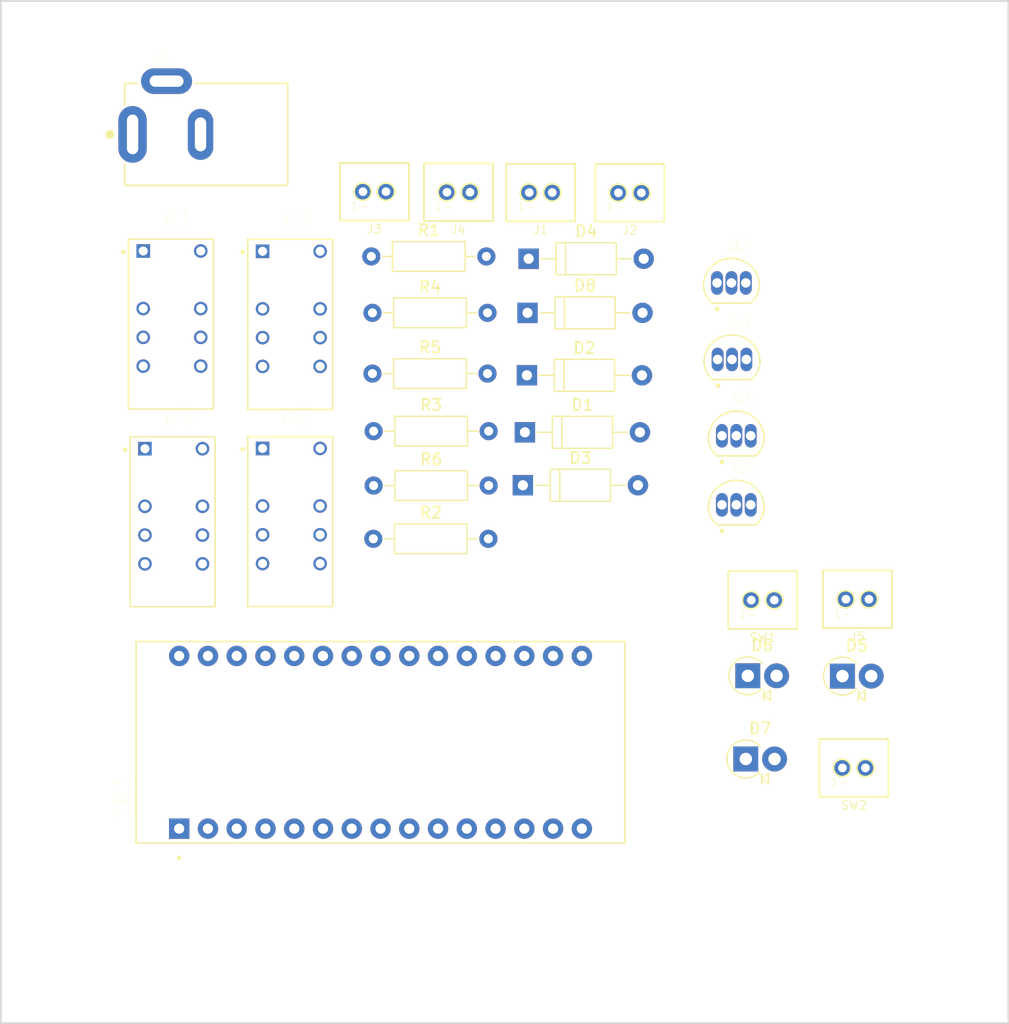
<source format=kicad_pcb>
(kicad_pcb (version 4) (host pcbnew 4.0.6)

  (general
    (links 61)
    (no_connects 61)
    (area 96.972199 30.4081 198.976201 141.2335)
    (thickness 1.6)
    (drawings 5)
    (tracks 0)
    (zones 0)
    (modules 31)
    (nets 27)
  )

  (page A4)
  (layers
    (0 F.Cu signal)
    (31 B.Cu signal)
    (32 B.Adhes user)
    (33 F.Adhes user)
    (34 B.Paste user)
    (35 F.Paste user)
    (36 B.SilkS user)
    (37 F.SilkS user)
    (38 B.Mask user)
    (39 F.Mask user)
    (40 Dwgs.User user)
    (41 Cmts.User user)
    (42 Eco1.User user)
    (43 Eco2.User user)
    (44 Edge.Cuts user)
    (45 Margin user)
    (46 B.CrtYd user)
    (47 F.CrtYd user)
    (48 B.Fab user)
    (49 F.Fab user)
  )

  (setup
    (last_trace_width 0.25)
    (trace_clearance 0.2)
    (zone_clearance 0.508)
    (zone_45_only no)
    (trace_min 0.2)
    (segment_width 0.2)
    (edge_width 0.15)
    (via_size 0.6)
    (via_drill 0.4)
    (via_min_size 0.4)
    (via_min_drill 0.3)
    (uvia_size 0.3)
    (uvia_drill 0.1)
    (uvias_allowed no)
    (uvia_min_size 0.2)
    (uvia_min_drill 0.1)
    (pcb_text_width 0.3)
    (pcb_text_size 1.5 1.5)
    (mod_edge_width 0.15)
    (mod_text_size 1 1)
    (mod_text_width 0.15)
    (pad_size 1.524 1.524)
    (pad_drill 0.762)
    (pad_to_mask_clearance 0.2)
    (aux_axis_origin 0 0)
    (visible_elements FFFFF77F)
    (pcbplotparams
      (layerselection 0x00030_80000001)
      (usegerberextensions false)
      (excludeedgelayer true)
      (linewidth 0.100000)
      (plotframeref false)
      (viasonmask false)
      (mode 1)
      (useauxorigin false)
      (hpglpennumber 1)
      (hpglpenspeed 20)
      (hpglpendiameter 15)
      (hpglpenoverlay 2)
      (psnegative false)
      (psa4output false)
      (plotreference true)
      (plotvalue true)
      (plotinvisibletext false)
      (padsonsilk false)
      (subtractmaskfromsilk false)
      (outputformat 1)
      (mirror false)
      (drillshape 1)
      (scaleselection 1)
      (outputdirectory ""))
  )

  (net 0 "")
  (net 1 12V)
  (net 2 "Net-(D1-Pad2)")
  (net 3 "Net-(D2-Pad2)")
  (net 4 "Net-(D3-Pad2)")
  (net 5 "Net-(D4-Pad2)")
  (net 6 GND)
  (net 7 "Net-(D5-Pad2)")
  (net 8 "Net-(D6-Pad2)")
  (net 9 "Net-(D7-Pad2)")
  (net 10 arduino5V)
  (net 11 pressureTransducer)
  (net 12 SOL_Outlet_Ex_Power)
  (net 13 SOL_Outlet_Power)
  (net 14 SOL_Inlet_Ex_Power)
  (net 15 SOL_Inlet_Power)
  (net 16 "Net-(J5-Pad2)")
  (net 17 "Net-(J6-Pad1)")
  (net 18 SOL_Inlet)
  (net 19 SOL_Inlet_Ex)
  (net 20 SOL_Outlet_Left)
  (net 21 SOL_Outlet_Right)
  (net 22 amberLED)
  (net 23 passLED)
  (net 24 failLED)
  (net 25 pushButton)
  (net 26 "Net-(TB1-Pad28)")

  (net_class Default "This is the default net class."
    (clearance 0.2)
    (trace_width 0.25)
    (via_dia 0.6)
    (via_drill 0.4)
    (uvia_dia 0.3)
    (uvia_drill 0.1)
    (add_net 12V)
    (add_net GND)
    (add_net "Net-(D1-Pad2)")
    (add_net "Net-(D2-Pad2)")
    (add_net "Net-(D3-Pad2)")
    (add_net "Net-(D4-Pad2)")
    (add_net "Net-(D5-Pad2)")
    (add_net "Net-(D6-Pad2)")
    (add_net "Net-(D7-Pad2)")
    (add_net "Net-(J5-Pad2)")
    (add_net "Net-(J6-Pad1)")
    (add_net "Net-(TB1-Pad28)")
    (add_net SOL_Inlet)
    (add_net SOL_Inlet_Ex)
    (add_net SOL_Inlet_Ex_Power)
    (add_net SOL_Inlet_Power)
    (add_net SOL_Outlet_Ex_Power)
    (add_net SOL_Outlet_Left)
    (add_net SOL_Outlet_Power)
    (add_net SOL_Outlet_Right)
    (add_net amberLED)
    (add_net arduino5V)
    (add_net failLED)
    (add_net passLED)
    (add_net pressureTransducer)
    (add_net pushButton)
  )

  (module Diode_THT:D_A-405_P10.16mm_Horizontal (layer F.Cu) (tedit 5921392E) (tstamp 5E6016A7)
    (at 111.8108 73.025)
    (descr "D, A-405 series, Axial, Horizontal, pin pitch=10.16mm, , length*diameter=5.2*2.7mm^2, , http://www.diodes.com/_files/packages/A-405.pdf")
    (tags "D A-405 series Axial Horizontal pin pitch 10.16mm  length 5.2mm diameter 2.7mm")
    (path /5E5EC389)
    (fp_text reference D1 (at 5.08 -2.41) (layer F.SilkS)
      (effects (font (size 1 1) (thickness 0.15)))
    )
    (fp_text value D (at 5.08 2.41) (layer F.Fab)
      (effects (font (size 1 1) (thickness 0.15)))
    )
    (fp_text user %R (at 5.08 0) (layer F.Fab)
      (effects (font (size 1 1) (thickness 0.15)))
    )
    (fp_line (start 2.48 -1.35) (end 2.48 1.35) (layer F.Fab) (width 0.1))
    (fp_line (start 2.48 1.35) (end 7.68 1.35) (layer F.Fab) (width 0.1))
    (fp_line (start 7.68 1.35) (end 7.68 -1.35) (layer F.Fab) (width 0.1))
    (fp_line (start 7.68 -1.35) (end 2.48 -1.35) (layer F.Fab) (width 0.1))
    (fp_line (start 0 0) (end 2.48 0) (layer F.Fab) (width 0.1))
    (fp_line (start 10.16 0) (end 7.68 0) (layer F.Fab) (width 0.1))
    (fp_line (start 3.26 -1.35) (end 3.26 1.35) (layer F.Fab) (width 0.1))
    (fp_line (start 2.42 -1.41) (end 2.42 1.41) (layer F.SilkS) (width 0.12))
    (fp_line (start 2.42 1.41) (end 7.74 1.41) (layer F.SilkS) (width 0.12))
    (fp_line (start 7.74 1.41) (end 7.74 -1.41) (layer F.SilkS) (width 0.12))
    (fp_line (start 7.74 -1.41) (end 2.42 -1.41) (layer F.SilkS) (width 0.12))
    (fp_line (start 1.08 0) (end 2.42 0) (layer F.SilkS) (width 0.12))
    (fp_line (start 9.08 0) (end 7.74 0) (layer F.SilkS) (width 0.12))
    (fp_line (start 3.26 -1.41) (end 3.26 1.41) (layer F.SilkS) (width 0.12))
    (fp_line (start -1.15 -1.7) (end -1.15 1.7) (layer F.CrtYd) (width 0.05))
    (fp_line (start -1.15 1.7) (end 11.35 1.7) (layer F.CrtYd) (width 0.05))
    (fp_line (start 11.35 1.7) (end 11.35 -1.7) (layer F.CrtYd) (width 0.05))
    (fp_line (start 11.35 -1.7) (end -1.15 -1.7) (layer F.CrtYd) (width 0.05))
    (pad 1 thru_hole rect (at 0 0) (size 1.8 1.8) (drill 0.9) (layers *.Cu *.Mask)
      (net 1 12V))
    (pad 2 thru_hole oval (at 10.16 0) (size 1.8 1.8) (drill 0.9) (layers *.Cu *.Mask)
      (net 2 "Net-(D1-Pad2)"))
    (model ${KISYS3DMOD}/Diodes_THT.3dshapes/D_A-405_P10.16mm_Horizontal.wrl
      (at (xyz 0 0 0))
      (scale (xyz 0.393701 0.393701 0.393701))
      (rotate (xyz 0 0 0))
    )
  )

  (module Diode_THT:D_A-405_P10.16mm_Horizontal (layer F.Cu) (tedit 5921392E) (tstamp 5E6016AD)
    (at 111.9886 67.9958)
    (descr "D, A-405 series, Axial, Horizontal, pin pitch=10.16mm, , length*diameter=5.2*2.7mm^2, , http://www.diodes.com/_files/packages/A-405.pdf")
    (tags "D A-405 series Axial Horizontal pin pitch 10.16mm  length 5.2mm diameter 2.7mm")
    (path /5E5EE9CE)
    (fp_text reference D2 (at 5.08 -2.41) (layer F.SilkS)
      (effects (font (size 1 1) (thickness 0.15)))
    )
    (fp_text value D (at 5.08 2.41) (layer F.Fab)
      (effects (font (size 1 1) (thickness 0.15)))
    )
    (fp_text user %R (at 5.08 0) (layer F.Fab)
      (effects (font (size 1 1) (thickness 0.15)))
    )
    (fp_line (start 2.48 -1.35) (end 2.48 1.35) (layer F.Fab) (width 0.1))
    (fp_line (start 2.48 1.35) (end 7.68 1.35) (layer F.Fab) (width 0.1))
    (fp_line (start 7.68 1.35) (end 7.68 -1.35) (layer F.Fab) (width 0.1))
    (fp_line (start 7.68 -1.35) (end 2.48 -1.35) (layer F.Fab) (width 0.1))
    (fp_line (start 0 0) (end 2.48 0) (layer F.Fab) (width 0.1))
    (fp_line (start 10.16 0) (end 7.68 0) (layer F.Fab) (width 0.1))
    (fp_line (start 3.26 -1.35) (end 3.26 1.35) (layer F.Fab) (width 0.1))
    (fp_line (start 2.42 -1.41) (end 2.42 1.41) (layer F.SilkS) (width 0.12))
    (fp_line (start 2.42 1.41) (end 7.74 1.41) (layer F.SilkS) (width 0.12))
    (fp_line (start 7.74 1.41) (end 7.74 -1.41) (layer F.SilkS) (width 0.12))
    (fp_line (start 7.74 -1.41) (end 2.42 -1.41) (layer F.SilkS) (width 0.12))
    (fp_line (start 1.08 0) (end 2.42 0) (layer F.SilkS) (width 0.12))
    (fp_line (start 9.08 0) (end 7.74 0) (layer F.SilkS) (width 0.12))
    (fp_line (start 3.26 -1.41) (end 3.26 1.41) (layer F.SilkS) (width 0.12))
    (fp_line (start -1.15 -1.7) (end -1.15 1.7) (layer F.CrtYd) (width 0.05))
    (fp_line (start -1.15 1.7) (end 11.35 1.7) (layer F.CrtYd) (width 0.05))
    (fp_line (start 11.35 1.7) (end 11.35 -1.7) (layer F.CrtYd) (width 0.05))
    (fp_line (start 11.35 -1.7) (end -1.15 -1.7) (layer F.CrtYd) (width 0.05))
    (pad 1 thru_hole rect (at 0 0) (size 1.8 1.8) (drill 0.9) (layers *.Cu *.Mask)
      (net 1 12V))
    (pad 2 thru_hole oval (at 10.16 0) (size 1.8 1.8) (drill 0.9) (layers *.Cu *.Mask)
      (net 3 "Net-(D2-Pad2)"))
    (model ${KISYS3DMOD}/Diodes_THT.3dshapes/D_A-405_P10.16mm_Horizontal.wrl
      (at (xyz 0 0 0))
      (scale (xyz 0.393701 0.393701 0.393701))
      (rotate (xyz 0 0 0))
    )
  )

  (module Diode_THT:D_A-405_P10.16mm_Horizontal (layer F.Cu) (tedit 5921392E) (tstamp 5E6016B3)
    (at 111.633 77.6986)
    (descr "D, A-405 series, Axial, Horizontal, pin pitch=10.16mm, , length*diameter=5.2*2.7mm^2, , http://www.diodes.com/_files/packages/A-405.pdf")
    (tags "D A-405 series Axial Horizontal pin pitch 10.16mm  length 5.2mm diameter 2.7mm")
    (path /5E5EEA92)
    (fp_text reference D3 (at 5.08 -2.41) (layer F.SilkS)
      (effects (font (size 1 1) (thickness 0.15)))
    )
    (fp_text value D (at 5.08 2.41) (layer F.Fab)
      (effects (font (size 1 1) (thickness 0.15)))
    )
    (fp_text user %R (at 5.08 0) (layer F.Fab)
      (effects (font (size 1 1) (thickness 0.15)))
    )
    (fp_line (start 2.48 -1.35) (end 2.48 1.35) (layer F.Fab) (width 0.1))
    (fp_line (start 2.48 1.35) (end 7.68 1.35) (layer F.Fab) (width 0.1))
    (fp_line (start 7.68 1.35) (end 7.68 -1.35) (layer F.Fab) (width 0.1))
    (fp_line (start 7.68 -1.35) (end 2.48 -1.35) (layer F.Fab) (width 0.1))
    (fp_line (start 0 0) (end 2.48 0) (layer F.Fab) (width 0.1))
    (fp_line (start 10.16 0) (end 7.68 0) (layer F.Fab) (width 0.1))
    (fp_line (start 3.26 -1.35) (end 3.26 1.35) (layer F.Fab) (width 0.1))
    (fp_line (start 2.42 -1.41) (end 2.42 1.41) (layer F.SilkS) (width 0.12))
    (fp_line (start 2.42 1.41) (end 7.74 1.41) (layer F.SilkS) (width 0.12))
    (fp_line (start 7.74 1.41) (end 7.74 -1.41) (layer F.SilkS) (width 0.12))
    (fp_line (start 7.74 -1.41) (end 2.42 -1.41) (layer F.SilkS) (width 0.12))
    (fp_line (start 1.08 0) (end 2.42 0) (layer F.SilkS) (width 0.12))
    (fp_line (start 9.08 0) (end 7.74 0) (layer F.SilkS) (width 0.12))
    (fp_line (start 3.26 -1.41) (end 3.26 1.41) (layer F.SilkS) (width 0.12))
    (fp_line (start -1.15 -1.7) (end -1.15 1.7) (layer F.CrtYd) (width 0.05))
    (fp_line (start -1.15 1.7) (end 11.35 1.7) (layer F.CrtYd) (width 0.05))
    (fp_line (start 11.35 1.7) (end 11.35 -1.7) (layer F.CrtYd) (width 0.05))
    (fp_line (start 11.35 -1.7) (end -1.15 -1.7) (layer F.CrtYd) (width 0.05))
    (pad 1 thru_hole rect (at 0 0) (size 1.8 1.8) (drill 0.9) (layers *.Cu *.Mask)
      (net 1 12V))
    (pad 2 thru_hole oval (at 10.16 0) (size 1.8 1.8) (drill 0.9) (layers *.Cu *.Mask)
      (net 4 "Net-(D3-Pad2)"))
    (model ${KISYS3DMOD}/Diodes_THT.3dshapes/D_A-405_P10.16mm_Horizontal.wrl
      (at (xyz 0 0 0))
      (scale (xyz 0.393701 0.393701 0.393701))
      (rotate (xyz 0 0 0))
    )
  )

  (module Diode_THT:D_A-405_P10.16mm_Horizontal (layer F.Cu) (tedit 5921392E) (tstamp 5E6016B9)
    (at 112.141 57.7088)
    (descr "D, A-405 series, Axial, Horizontal, pin pitch=10.16mm, , length*diameter=5.2*2.7mm^2, , http://www.diodes.com/_files/packages/A-405.pdf")
    (tags "D A-405 series Axial Horizontal pin pitch 10.16mm  length 5.2mm diameter 2.7mm")
    (path /5E5EEB8E)
    (fp_text reference D4 (at 5.08 -2.41) (layer F.SilkS)
      (effects (font (size 1 1) (thickness 0.15)))
    )
    (fp_text value D (at 5.08 2.41) (layer F.Fab)
      (effects (font (size 1 1) (thickness 0.15)))
    )
    (fp_text user %R (at 5.08 0) (layer F.Fab)
      (effects (font (size 1 1) (thickness 0.15)))
    )
    (fp_line (start 2.48 -1.35) (end 2.48 1.35) (layer F.Fab) (width 0.1))
    (fp_line (start 2.48 1.35) (end 7.68 1.35) (layer F.Fab) (width 0.1))
    (fp_line (start 7.68 1.35) (end 7.68 -1.35) (layer F.Fab) (width 0.1))
    (fp_line (start 7.68 -1.35) (end 2.48 -1.35) (layer F.Fab) (width 0.1))
    (fp_line (start 0 0) (end 2.48 0) (layer F.Fab) (width 0.1))
    (fp_line (start 10.16 0) (end 7.68 0) (layer F.Fab) (width 0.1))
    (fp_line (start 3.26 -1.35) (end 3.26 1.35) (layer F.Fab) (width 0.1))
    (fp_line (start 2.42 -1.41) (end 2.42 1.41) (layer F.SilkS) (width 0.12))
    (fp_line (start 2.42 1.41) (end 7.74 1.41) (layer F.SilkS) (width 0.12))
    (fp_line (start 7.74 1.41) (end 7.74 -1.41) (layer F.SilkS) (width 0.12))
    (fp_line (start 7.74 -1.41) (end 2.42 -1.41) (layer F.SilkS) (width 0.12))
    (fp_line (start 1.08 0) (end 2.42 0) (layer F.SilkS) (width 0.12))
    (fp_line (start 9.08 0) (end 7.74 0) (layer F.SilkS) (width 0.12))
    (fp_line (start 3.26 -1.41) (end 3.26 1.41) (layer F.SilkS) (width 0.12))
    (fp_line (start -1.15 -1.7) (end -1.15 1.7) (layer F.CrtYd) (width 0.05))
    (fp_line (start -1.15 1.7) (end 11.35 1.7) (layer F.CrtYd) (width 0.05))
    (fp_line (start 11.35 1.7) (end 11.35 -1.7) (layer F.CrtYd) (width 0.05))
    (fp_line (start 11.35 -1.7) (end -1.15 -1.7) (layer F.CrtYd) (width 0.05))
    (pad 1 thru_hole rect (at 0 0) (size 1.8 1.8) (drill 0.9) (layers *.Cu *.Mask)
      (net 1 12V))
    (pad 2 thru_hole oval (at 10.16 0) (size 1.8 1.8) (drill 0.9) (layers *.Cu *.Mask)
      (net 5 "Net-(D4-Pad2)"))
    (model ${KISYS3DMOD}/Diodes_THT.3dshapes/D_A-405_P10.16mm_Horizontal.wrl
      (at (xyz 0 0 0))
      (scale (xyz 0.393701 0.393701 0.393701))
      (rotate (xyz 0 0 0))
    )
  )

  (module Diode_THT:D_DO-41_SOD81_P2.54mm_Vertical_AnodeUp (layer F.Cu) (tedit 5921392F) (tstamp 5E6016BF)
    (at 139.8524 94.5388)
    (descr "D, DO-41_SOD81 series, Axial, Vertical, pin pitch=2.54mm, , length*diameter=5.2*2.7mm^2, , http://www.diodes.com/_files/packages/DO-41%20(Plastic).pdf")
    (tags "D DO-41_SOD81 series Axial Vertical pin pitch 2.54mm  length 5.2mm diameter 2.7mm")
    (path /5E5F1526)
    (fp_text reference D5 (at 1.27 -2.690635) (layer F.SilkS)
      (effects (font (size 1 1) (thickness 0.15)))
    )
    (fp_text value LED (at 1.27 3.579635) (layer F.Fab)
      (effects (font (size 1 1) (thickness 0.15)))
    )
    (fp_text user K (at -2.390635 0) (layer F.Fab)
      (effects (font (size 1 1) (thickness 0.15)))
    )
    (fp_text user %R (at 1.27 0) (layer F.Fab)
      (effects (font (size 1 1) (thickness 0.15)))
    )
    (fp_line (start 0 0) (end 2.54 0) (layer F.Fab) (width 0.1))
    (fp_line (start 1.397 1.28) (end 1.397 2.169) (layer F.SilkS) (width 0.12))
    (fp_line (start 1.397 1.7245) (end 1.989667 1.28) (layer F.SilkS) (width 0.12))
    (fp_line (start 1.989667 1.28) (end 1.989667 2.169) (layer F.SilkS) (width 0.12))
    (fp_line (start 1.989667 2.169) (end 1.397 1.7245) (layer F.SilkS) (width 0.12))
    (fp_line (start -1.7 -1.95) (end -1.7 1.95) (layer F.CrtYd) (width 0.05))
    (fp_line (start -1.7 1.95) (end 3.95 1.95) (layer F.CrtYd) (width 0.05))
    (fp_line (start 3.95 1.95) (end 3.95 -1.95) (layer F.CrtYd) (width 0.05))
    (fp_line (start 3.95 -1.95) (end -1.7 -1.95) (layer F.CrtYd) (width 0.05))
    (fp_circle (center 0 0) (end 1.35 0) (layer F.Fab) (width 0.1))
    (fp_arc (start 0 0) (end 1.257516 -1.1) (angle -276.1) (layer F.SilkS) (width 0.12))
    (pad 1 thru_hole rect (at 0 0) (size 2.2 2.2) (drill 1.1) (layers *.Cu *.Mask)
      (net 6 GND))
    (pad 2 thru_hole oval (at 2.54 0) (size 2.2 2.2) (drill 1.1) (layers *.Cu *.Mask)
      (net 7 "Net-(D5-Pad2)"))
    (model ${KISYS3DMOD}/Diodes_THT.3dshapes/D_DO-41_SOD81_P2.54mm_Vertical_AnodeUp.wrl
      (at (xyz 0 0 0))
      (scale (xyz 0.393701 0.393701 0.393701))
      (rotate (xyz 0 0 0))
    )
  )

  (module Diode_THT:D_DO-41_SOD81_P2.54mm_Vertical_AnodeUp (layer F.Cu) (tedit 5921392F) (tstamp 5E6016C5)
    (at 131.4958 94.5134)
    (descr "D, DO-41_SOD81 series, Axial, Vertical, pin pitch=2.54mm, , length*diameter=5.2*2.7mm^2, , http://www.diodes.com/_files/packages/DO-41%20(Plastic).pdf")
    (tags "D DO-41_SOD81 series Axial Vertical pin pitch 2.54mm  length 5.2mm diameter 2.7mm")
    (path /5E5F1575)
    (fp_text reference D6 (at 1.27 -2.690635) (layer F.SilkS)
      (effects (font (size 1 1) (thickness 0.15)))
    )
    (fp_text value LED (at 1.27 3.579635) (layer F.Fab)
      (effects (font (size 1 1) (thickness 0.15)))
    )
    (fp_text user K (at -2.390635 0) (layer F.Fab)
      (effects (font (size 1 1) (thickness 0.15)))
    )
    (fp_text user %R (at 1.27 0) (layer F.Fab)
      (effects (font (size 1 1) (thickness 0.15)))
    )
    (fp_line (start 0 0) (end 2.54 0) (layer F.Fab) (width 0.1))
    (fp_line (start 1.397 1.28) (end 1.397 2.169) (layer F.SilkS) (width 0.12))
    (fp_line (start 1.397 1.7245) (end 1.989667 1.28) (layer F.SilkS) (width 0.12))
    (fp_line (start 1.989667 1.28) (end 1.989667 2.169) (layer F.SilkS) (width 0.12))
    (fp_line (start 1.989667 2.169) (end 1.397 1.7245) (layer F.SilkS) (width 0.12))
    (fp_line (start -1.7 -1.95) (end -1.7 1.95) (layer F.CrtYd) (width 0.05))
    (fp_line (start -1.7 1.95) (end 3.95 1.95) (layer F.CrtYd) (width 0.05))
    (fp_line (start 3.95 1.95) (end 3.95 -1.95) (layer F.CrtYd) (width 0.05))
    (fp_line (start 3.95 -1.95) (end -1.7 -1.95) (layer F.CrtYd) (width 0.05))
    (fp_circle (center 0 0) (end 1.35 0) (layer F.Fab) (width 0.1))
    (fp_arc (start 0 0) (end 1.257516 -1.1) (angle -276.1) (layer F.SilkS) (width 0.12))
    (pad 1 thru_hole rect (at 0 0) (size 2.2 2.2) (drill 1.1) (layers *.Cu *.Mask)
      (net 6 GND))
    (pad 2 thru_hole oval (at 2.54 0) (size 2.2 2.2) (drill 1.1) (layers *.Cu *.Mask)
      (net 8 "Net-(D6-Pad2)"))
    (model ${KISYS3DMOD}/Diodes_THT.3dshapes/D_DO-41_SOD81_P2.54mm_Vertical_AnodeUp.wrl
      (at (xyz 0 0 0))
      (scale (xyz 0.393701 0.393701 0.393701))
      (rotate (xyz 0 0 0))
    )
  )

  (module Diode_THT:D_DO-41_SOD81_P2.54mm_Vertical_AnodeUp (layer F.Cu) (tedit 5921392F) (tstamp 5E6016CB)
    (at 131.318 101.854)
    (descr "D, DO-41_SOD81 series, Axial, Vertical, pin pitch=2.54mm, , length*diameter=5.2*2.7mm^2, , http://www.diodes.com/_files/packages/DO-41%20(Plastic).pdf")
    (tags "D DO-41_SOD81 series Axial Vertical pin pitch 2.54mm  length 5.2mm diameter 2.7mm")
    (path /5E6127FE)
    (fp_text reference D7 (at 1.27 -2.690635) (layer F.SilkS)
      (effects (font (size 1 1) (thickness 0.15)))
    )
    (fp_text value LED (at 1.27 3.579635) (layer F.Fab)
      (effects (font (size 1 1) (thickness 0.15)))
    )
    (fp_text user K (at -2.390635 0) (layer F.Fab)
      (effects (font (size 1 1) (thickness 0.15)))
    )
    (fp_text user %R (at 1.27 0) (layer F.Fab)
      (effects (font (size 1 1) (thickness 0.15)))
    )
    (fp_line (start 0 0) (end 2.54 0) (layer F.Fab) (width 0.1))
    (fp_line (start 1.397 1.28) (end 1.397 2.169) (layer F.SilkS) (width 0.12))
    (fp_line (start 1.397 1.7245) (end 1.989667 1.28) (layer F.SilkS) (width 0.12))
    (fp_line (start 1.989667 1.28) (end 1.989667 2.169) (layer F.SilkS) (width 0.12))
    (fp_line (start 1.989667 2.169) (end 1.397 1.7245) (layer F.SilkS) (width 0.12))
    (fp_line (start -1.7 -1.95) (end -1.7 1.95) (layer F.CrtYd) (width 0.05))
    (fp_line (start -1.7 1.95) (end 3.95 1.95) (layer F.CrtYd) (width 0.05))
    (fp_line (start 3.95 1.95) (end 3.95 -1.95) (layer F.CrtYd) (width 0.05))
    (fp_line (start 3.95 -1.95) (end -1.7 -1.95) (layer F.CrtYd) (width 0.05))
    (fp_circle (center 0 0) (end 1.35 0) (layer F.Fab) (width 0.1))
    (fp_arc (start 0 0) (end 1.257516 -1.1) (angle -276.1) (layer F.SilkS) (width 0.12))
    (pad 1 thru_hole rect (at 0 0) (size 2.2 2.2) (drill 1.1) (layers *.Cu *.Mask)
      (net 6 GND))
    (pad 2 thru_hole oval (at 2.54 0) (size 2.2 2.2) (drill 1.1) (layers *.Cu *.Mask)
      (net 9 "Net-(D7-Pad2)"))
    (model ${KISYS3DMOD}/Diodes_THT.3dshapes/D_DO-41_SOD81_P2.54mm_Vertical_AnodeUp.wrl
      (at (xyz 0 0 0))
      (scale (xyz 0.393701 0.393701 0.393701))
      (rotate (xyz 0 0 0))
    )
  )

  (module Diode_THT:D_A-405_P10.16mm_Horizontal (layer F.Cu) (tedit 5921392E) (tstamp 5E6016D1)
    (at 112.0394 62.484)
    (descr "D, A-405 series, Axial, Horizontal, pin pitch=10.16mm, , length*diameter=5.2*2.7mm^2, , http://www.diodes.com/_files/packages/A-405.pdf")
    (tags "D A-405 series Axial Horizontal pin pitch 10.16mm  length 5.2mm diameter 2.7mm")
    (path /5E6312B1)
    (fp_text reference D8 (at 5.08 -2.41) (layer F.SilkS)
      (effects (font (size 1 1) (thickness 0.15)))
    )
    (fp_text value D (at 5.08 2.41) (layer F.Fab)
      (effects (font (size 1 1) (thickness 0.15)))
    )
    (fp_text user %R (at 5.08 0) (layer F.Fab)
      (effects (font (size 1 1) (thickness 0.15)))
    )
    (fp_line (start 2.48 -1.35) (end 2.48 1.35) (layer F.Fab) (width 0.1))
    (fp_line (start 2.48 1.35) (end 7.68 1.35) (layer F.Fab) (width 0.1))
    (fp_line (start 7.68 1.35) (end 7.68 -1.35) (layer F.Fab) (width 0.1))
    (fp_line (start 7.68 -1.35) (end 2.48 -1.35) (layer F.Fab) (width 0.1))
    (fp_line (start 0 0) (end 2.48 0) (layer F.Fab) (width 0.1))
    (fp_line (start 10.16 0) (end 7.68 0) (layer F.Fab) (width 0.1))
    (fp_line (start 3.26 -1.35) (end 3.26 1.35) (layer F.Fab) (width 0.1))
    (fp_line (start 2.42 -1.41) (end 2.42 1.41) (layer F.SilkS) (width 0.12))
    (fp_line (start 2.42 1.41) (end 7.74 1.41) (layer F.SilkS) (width 0.12))
    (fp_line (start 7.74 1.41) (end 7.74 -1.41) (layer F.SilkS) (width 0.12))
    (fp_line (start 7.74 -1.41) (end 2.42 -1.41) (layer F.SilkS) (width 0.12))
    (fp_line (start 1.08 0) (end 2.42 0) (layer F.SilkS) (width 0.12))
    (fp_line (start 9.08 0) (end 7.74 0) (layer F.SilkS) (width 0.12))
    (fp_line (start 3.26 -1.41) (end 3.26 1.41) (layer F.SilkS) (width 0.12))
    (fp_line (start -1.15 -1.7) (end -1.15 1.7) (layer F.CrtYd) (width 0.05))
    (fp_line (start -1.15 1.7) (end 11.35 1.7) (layer F.CrtYd) (width 0.05))
    (fp_line (start 11.35 1.7) (end 11.35 -1.7) (layer F.CrtYd) (width 0.05))
    (fp_line (start 11.35 -1.7) (end -1.15 -1.7) (layer F.CrtYd) (width 0.05))
    (pad 1 thru_hole rect (at 0 0) (size 1.8 1.8) (drill 0.9) (layers *.Cu *.Mask)
      (net 10 arduino5V))
    (pad 2 thru_hole oval (at 10.16 0) (size 1.8 1.8) (drill 0.9) (layers *.Cu *.Mask)
      (net 11 pressureTransducer))
    (model ${KISYS3DMOD}/Diodes_THT.3dshapes/D_A-405_P10.16mm_Horizontal.wrl
      (at (xyz 0 0 0))
      (scale (xyz 0.393701 0.393701 0.393701))
      (rotate (xyz 0 0 0))
    )
  )

  (module "2 pin male connector:2_pin_male_connector" (layer F.Cu) (tedit 5E3039CB) (tstamp 5E6016D7)
    (at 113.2078 51.8668)
    (path /5E5FD24C)
    (fp_text reference J1 (at 0 3.302) (layer F.SilkS)
      (effects (font (size 0.762 0.762) (thickness 0.0762)))
    )
    (fp_text value "Solenoid_A POWER CONN_01X02_MALE" (at 0 -3.048) (layer F.Fab)
      (effects (font (size 0.508 0.508) (thickness 0.0762)))
    )
    (fp_text user 1- (at -1.27 1.27) (layer F.SilkS)
      (effects (font (size 0.762 0.762) (thickness 0.03175)))
    )
    (fp_line (start -3.048 2.54) (end -3.048 -2.54) (layer F.SilkS) (width 0.15))
    (fp_line (start 3.048 2.54) (end -3.048 2.54) (layer F.SilkS) (width 0.15))
    (fp_line (start 3.048 -2.54) (end 3.048 2.54) (layer F.SilkS) (width 0.15))
    (fp_line (start -3.048 -2.54) (end 3.048 -2.54) (layer F.SilkS) (width 0.15))
    (fp_line (start -3.048 2.54) (end -3.048 -2.54) (layer F.Fab) (width 0.15))
    (fp_line (start 3.048 2.54) (end -3.048 2.54) (layer F.Fab) (width 0.15))
    (fp_line (start 3.048 -2.54) (end 3.048 2.54) (layer F.Fab) (width 0.15))
    (fp_line (start -3.048 -2.54) (end 3.048 -2.54) (layer F.Fab) (width 0.15))
    (fp_circle (center -1.016 0) (end -1.016 -0.762) (layer F.Fab) (width 0.15))
    (fp_circle (center 1.016 0) (end 1.016 -0.762) (layer F.Fab) (width 0.15))
    (fp_circle (center 1.016 0) (end 1.016 -0.762) (layer F.SilkS) (width 0.15))
    (fp_circle (center -1.041336 0) (end -1.041336 -0.762) (layer F.SilkS) (width 0.15))
    (pad 1 thru_hole circle (at -1.016 0) (size 1.524 1.524) (drill 0.762) (layers *.Cu *.Mask)
      (net 12 SOL_Outlet_Ex_Power))
    (pad 2 thru_hole circle (at 1.016 0) (size 1.524 1.524) (drill 0.762) (layers *.Cu *.Mask)
      (net 6 GND))
  )

  (module "2 pin male connector:2_pin_male_connector" (layer F.Cu) (tedit 5E3039CB) (tstamp 5E6016DD)
    (at 121.0818 51.8922)
    (path /5E5FD440)
    (fp_text reference J2 (at 0 3.302) (layer F.SilkS)
      (effects (font (size 0.762 0.762) (thickness 0.0762)))
    )
    (fp_text value "Solenoid_B POWER CONN_01X02_MALE" (at 0 -3.048) (layer F.Fab)
      (effects (font (size 0.508 0.508) (thickness 0.0762)))
    )
    (fp_text user 1- (at -1.27 1.27) (layer F.SilkS)
      (effects (font (size 0.762 0.762) (thickness 0.03175)))
    )
    (fp_line (start -3.048 2.54) (end -3.048 -2.54) (layer F.SilkS) (width 0.15))
    (fp_line (start 3.048 2.54) (end -3.048 2.54) (layer F.SilkS) (width 0.15))
    (fp_line (start 3.048 -2.54) (end 3.048 2.54) (layer F.SilkS) (width 0.15))
    (fp_line (start -3.048 -2.54) (end 3.048 -2.54) (layer F.SilkS) (width 0.15))
    (fp_line (start -3.048 2.54) (end -3.048 -2.54) (layer F.Fab) (width 0.15))
    (fp_line (start 3.048 2.54) (end -3.048 2.54) (layer F.Fab) (width 0.15))
    (fp_line (start 3.048 -2.54) (end 3.048 2.54) (layer F.Fab) (width 0.15))
    (fp_line (start -3.048 -2.54) (end 3.048 -2.54) (layer F.Fab) (width 0.15))
    (fp_circle (center -1.016 0) (end -1.016 -0.762) (layer F.Fab) (width 0.15))
    (fp_circle (center 1.016 0) (end 1.016 -0.762) (layer F.Fab) (width 0.15))
    (fp_circle (center 1.016 0) (end 1.016 -0.762) (layer F.SilkS) (width 0.15))
    (fp_circle (center -1.041336 0) (end -1.041336 -0.762) (layer F.SilkS) (width 0.15))
    (pad 1 thru_hole circle (at -1.016 0) (size 1.524 1.524) (drill 0.762) (layers *.Cu *.Mask)
      (net 13 SOL_Outlet_Power))
    (pad 2 thru_hole circle (at 1.016 0) (size 1.524 1.524) (drill 0.762) (layers *.Cu *.Mask)
      (net 6 GND))
  )

  (module "2 pin male connector:2_pin_male_connector" (layer F.Cu) (tedit 5E3039CB) (tstamp 5E6016E3)
    (at 98.5266 51.7906)
    (path /5E5FA7D4)
    (fp_text reference J3 (at 0 3.302) (layer F.SilkS)
      (effects (font (size 0.762 0.762) (thickness 0.0762)))
    )
    (fp_text value "POWER CONN_01X02_MALE" (at 0 -3.048) (layer F.Fab)
      (effects (font (size 0.508 0.508) (thickness 0.0762)))
    )
    (fp_text user 1- (at -1.27 1.27) (layer F.SilkS)
      (effects (font (size 0.762 0.762) (thickness 0.03175)))
    )
    (fp_line (start -3.048 2.54) (end -3.048 -2.54) (layer F.SilkS) (width 0.15))
    (fp_line (start 3.048 2.54) (end -3.048 2.54) (layer F.SilkS) (width 0.15))
    (fp_line (start 3.048 -2.54) (end 3.048 2.54) (layer F.SilkS) (width 0.15))
    (fp_line (start -3.048 -2.54) (end 3.048 -2.54) (layer F.SilkS) (width 0.15))
    (fp_line (start -3.048 2.54) (end -3.048 -2.54) (layer F.Fab) (width 0.15))
    (fp_line (start 3.048 2.54) (end -3.048 2.54) (layer F.Fab) (width 0.15))
    (fp_line (start 3.048 -2.54) (end 3.048 2.54) (layer F.Fab) (width 0.15))
    (fp_line (start -3.048 -2.54) (end 3.048 -2.54) (layer F.Fab) (width 0.15))
    (fp_circle (center -1.016 0) (end -1.016 -0.762) (layer F.Fab) (width 0.15))
    (fp_circle (center 1.016 0) (end 1.016 -0.762) (layer F.Fab) (width 0.15))
    (fp_circle (center 1.016 0) (end 1.016 -0.762) (layer F.SilkS) (width 0.15))
    (fp_circle (center -1.041336 0) (end -1.041336 -0.762) (layer F.SilkS) (width 0.15))
    (pad 1 thru_hole circle (at -1.016 0) (size 1.524 1.524) (drill 0.762) (layers *.Cu *.Mask)
      (net 14 SOL_Inlet_Ex_Power))
    (pad 2 thru_hole circle (at 1.016 0) (size 1.524 1.524) (drill 0.762) (layers *.Cu *.Mask)
      (net 6 GND))
  )

  (module "2 pin male connector:2_pin_male_connector" (layer F.Cu) (tedit 5E3039CB) (tstamp 5E6016E9)
    (at 105.9434 51.8414)
    (path /5E604E76)
    (fp_text reference J4 (at 0 3.302) (layer F.SilkS)
      (effects (font (size 0.762 0.762) (thickness 0.0762)))
    )
    (fp_text value "POWER CONN_01X02_MALE" (at 0 -3.048) (layer F.Fab)
      (effects (font (size 0.508 0.508) (thickness 0.0762)))
    )
    (fp_text user 1- (at -1.27 1.27) (layer F.SilkS)
      (effects (font (size 0.762 0.762) (thickness 0.03175)))
    )
    (fp_line (start -3.048 2.54) (end -3.048 -2.54) (layer F.SilkS) (width 0.15))
    (fp_line (start 3.048 2.54) (end -3.048 2.54) (layer F.SilkS) (width 0.15))
    (fp_line (start 3.048 -2.54) (end 3.048 2.54) (layer F.SilkS) (width 0.15))
    (fp_line (start -3.048 -2.54) (end 3.048 -2.54) (layer F.SilkS) (width 0.15))
    (fp_line (start -3.048 2.54) (end -3.048 -2.54) (layer F.Fab) (width 0.15))
    (fp_line (start 3.048 2.54) (end -3.048 2.54) (layer F.Fab) (width 0.15))
    (fp_line (start 3.048 -2.54) (end 3.048 2.54) (layer F.Fab) (width 0.15))
    (fp_line (start -3.048 -2.54) (end 3.048 -2.54) (layer F.Fab) (width 0.15))
    (fp_circle (center -1.016 0) (end -1.016 -0.762) (layer F.Fab) (width 0.15))
    (fp_circle (center 1.016 0) (end 1.016 -0.762) (layer F.Fab) (width 0.15))
    (fp_circle (center 1.016 0) (end 1.016 -0.762) (layer F.SilkS) (width 0.15))
    (fp_circle (center -1.041336 0) (end -1.041336 -0.762) (layer F.SilkS) (width 0.15))
    (pad 1 thru_hole circle (at -1.016 0) (size 1.524 1.524) (drill 0.762) (layers *.Cu *.Mask)
      (net 15 SOL_Inlet_Power))
    (pad 2 thru_hole circle (at 1.016 0) (size 1.524 1.524) (drill 0.762) (layers *.Cu *.Mask)
      (net 6 GND))
  )

  (module "2 pin male connector:2_pin_male_connector" (layer F.Cu) (tedit 5E3039CB) (tstamp 5E6016EF)
    (at 141.1732 87.757)
    (path /5E62A102)
    (fp_text reference J5 (at 0 3.302) (layer F.SilkS)
      (effects (font (size 0.762 0.762) (thickness 0.0762)))
    )
    (fp_text value "Transducer with 2 wires 4-20" (at 0 -3.048) (layer F.Fab)
      (effects (font (size 0.508 0.508) (thickness 0.0762)))
    )
    (fp_text user 1- (at -1.27 1.27) (layer F.SilkS)
      (effects (font (size 0.762 0.762) (thickness 0.03175)))
    )
    (fp_line (start -3.048 2.54) (end -3.048 -2.54) (layer F.SilkS) (width 0.15))
    (fp_line (start 3.048 2.54) (end -3.048 2.54) (layer F.SilkS) (width 0.15))
    (fp_line (start 3.048 -2.54) (end 3.048 2.54) (layer F.SilkS) (width 0.15))
    (fp_line (start -3.048 -2.54) (end 3.048 -2.54) (layer F.SilkS) (width 0.15))
    (fp_line (start -3.048 2.54) (end -3.048 -2.54) (layer F.Fab) (width 0.15))
    (fp_line (start 3.048 2.54) (end -3.048 2.54) (layer F.Fab) (width 0.15))
    (fp_line (start 3.048 -2.54) (end 3.048 2.54) (layer F.Fab) (width 0.15))
    (fp_line (start -3.048 -2.54) (end 3.048 -2.54) (layer F.Fab) (width 0.15))
    (fp_circle (center -1.016 0) (end -1.016 -0.762) (layer F.Fab) (width 0.15))
    (fp_circle (center 1.016 0) (end 1.016 -0.762) (layer F.Fab) (width 0.15))
    (fp_circle (center 1.016 0) (end 1.016 -0.762) (layer F.SilkS) (width 0.15))
    (fp_circle (center -1.041336 0) (end -1.041336 -0.762) (layer F.SilkS) (width 0.15))
    (pad 1 thru_hole circle (at -1.016 0) (size 1.524 1.524) (drill 0.762) (layers *.Cu *.Mask)
      (net 1 12V))
    (pad 2 thru_hole circle (at 1.016 0) (size 1.524 1.524) (drill 0.762) (layers *.Cu *.Mask)
      (net 16 "Net-(J5-Pad2)"))
  )

  (module "barrel jack:CUI_PJ-002A" (layer F.Cu) (tedit 5E601317) (tstamp 5E6016F6)
    (at 77.1652 46.736)
    (path /5E61E4B2)
    (fp_text reference J6 (at 2.487052 -6.770615) (layer F.SilkS)
      (effects (font (size 1.000827 1.000827) (thickness 0.015)))
    )
    (fp_text value "DC adapter Main line" (at 6.302433 5.78184) (layer F.Fab)
      (effects (font (size 1.001181 1.001181) (thickness 0.015)))
    )
    (fp_line (start -0.7 -4.5) (end 13.7 -4.5) (layer F.Fab) (width 0.127))
    (fp_line (start 13.7 -4.5) (end 13.7 4.5) (layer F.Fab) (width 0.127))
    (fp_line (start 13.7 4.5) (end -0.7 4.5) (layer F.Fab) (width 0.127))
    (fp_line (start -0.7 4.5) (end -0.7 -4.5) (layer F.Fab) (width 0.127))
    (fp_line (start 13.7 -4.5) (end 13.7 4.5) (layer F.SilkS) (width 0.127))
    (fp_line (start 13.7 4.5) (end -0.7 4.5) (layer F.SilkS) (width 0.127))
    (fp_line (start -0.7 -4.5) (end 0.45 -4.5) (layer F.SilkS) (width 0.127))
    (fp_line (start -0.7 4.5) (end -0.7 2.65) (layer F.SilkS) (width 0.127))
    (fp_line (start 5.55 -4.5) (end 13.7 -4.5) (layer F.SilkS) (width 0.127))
    (fp_line (start -0.7 -2.55) (end -0.7 -4.5) (layer F.SilkS) (width 0.127))
    (fp_line (start -1 -4.75) (end 0.45 -4.75) (layer F.CrtYd) (width 0.05))
    (fp_line (start 0.45 -4.75) (end 0.45 -6.1) (layer F.CrtYd) (width 0.05))
    (fp_line (start 0.45 -6.1) (end 5.55 -6.1) (layer F.CrtYd) (width 0.05))
    (fp_line (start 5.55 -6.1) (end 5.55 -4.75) (layer F.CrtYd) (width 0.05))
    (fp_line (start 5.55 -4.75) (end 14 -4.75) (layer F.CrtYd) (width 0.05))
    (fp_line (start 14 -4.75) (end 14 4.75) (layer F.CrtYd) (width 0.05))
    (fp_line (start 14 4.75) (end -1 4.75) (layer F.CrtYd) (width 0.05))
    (fp_line (start -1 4.75) (end -1 2.35) (layer F.CrtYd) (width 0.05))
    (fp_circle (center -2 0) (end -1.8 0) (layer F.SilkS) (width 0.4))
    (fp_line (start -1 -2.25) (end -1 -4.75) (layer F.CrtYd) (width 0.05))
    (fp_line (start -1 -2.25) (end -1.55 -2.25) (layer F.CrtYd) (width 0.05))
    (fp_line (start -1.55 -2.25) (end -1.55 2.35) (layer F.CrtYd) (width 0.05))
    (fp_line (start -1.55 2.35) (end -1 2.35) (layer F.CrtYd) (width 0.05))
    (pad 1 thru_hole oval (at 0 0) (size 2.5 5) (drill oval 1 3.5) (layers *.Cu *.Mask)
      (net 17 "Net-(J6-Pad1)"))
    (pad 2 thru_hole oval (at 6 0) (size 2.25 4.5) (drill oval 1 3) (layers *.Cu *.Mask)
      (net 6 GND))
    (pad 3 thru_hole oval (at 3 -4.7) (size 4.5 2.25) (drill oval 3 1) (layers *.Cu *.Mask))
  )

  (module EC2-12NU:RELAY_EC2-5NU (layer F.Cu) (tedit 5E2F46FD) (tstamp 5E601702)
    (at 80.645 63.4746)
    (path /5E5EBABA)
    (fp_text reference K1 (at 0.445 -9.259) (layer F.SilkS)
      (effects (font (size 1.4 1.4) (thickness 0.015)))
    )
    (fp_text value EC2-12NU (at 7.557 9.741) (layer F.Fab)
      (effects (font (size 1.4 1.4) (thickness 0.015)))
    )
    (fp_line (start -3.85 -7.5) (end 3.65 -7.5) (layer F.Fab) (width 0.127))
    (fp_line (start 3.65 -7.5) (end 3.65 7.5) (layer F.Fab) (width 0.127))
    (fp_line (start 3.65 7.5) (end -3.85 7.5) (layer F.Fab) (width 0.127))
    (fp_line (start -3.85 7.5) (end -3.85 -7.5) (layer F.Fab) (width 0.127))
    (fp_line (start -3.85 -7.5) (end 3.65 -7.5) (layer F.SilkS) (width 0.127))
    (fp_line (start 3.65 -7.5) (end 3.65 7.5) (layer F.SilkS) (width 0.127))
    (fp_line (start 3.65 7.5) (end -3.85 7.5) (layer F.SilkS) (width 0.127))
    (fp_line (start -3.85 7.5) (end -3.85 -7.5) (layer F.SilkS) (width 0.127))
    (fp_circle (center -4.3 -6.37) (end -4.2 -6.37) (layer F.Fab) (width 0.2))
    (fp_circle (center -4.3 -6.37) (end -4.2 -6.37) (layer F.SilkS) (width 0.2))
    (fp_line (start 3.9 -7.75) (end -4.1 -7.75) (layer F.CrtYd) (width 0.05))
    (fp_line (start -4.1 -7.75) (end -4.1 7.75) (layer F.CrtYd) (width 0.05))
    (fp_line (start -4.1 7.75) (end 3.9 7.75) (layer F.CrtYd) (width 0.05))
    (fp_line (start 3.9 7.75) (end 3.9 -7.75) (layer F.CrtYd) (width 0.05))
    (pad 1 thru_hole rect (at -2.54 -6.45) (size 1.2 1.2) (drill 0.8) (layers *.Cu *.Mask)
      (net 1 12V))
    (pad 12 thru_hole circle (at 2.54 -6.45) (size 1.2 1.2) (drill 0.8) (layers *.Cu *.Mask)
      (net 2 "Net-(D1-Pad2)"))
    (pad 3 thru_hole circle (at -2.54 -1.37) (size 1.2 1.2) (drill 0.8) (layers *.Cu *.Mask))
    (pad 8 thru_hole circle (at 2.54 3.71) (size 1.2 1.2) (drill 0.8) (layers *.Cu *.Mask))
    (pad 4 thru_hole circle (at -2.54 1.17) (size 1.2 1.2) (drill 0.8) (layers *.Cu *.Mask)
      (net 15 SOL_Inlet_Power))
    (pad 5 thru_hole circle (at -2.54 3.71) (size 1.2 1.2) (drill 0.8) (layers *.Cu *.Mask)
      (net 1 12V))
    (pad 10 thru_hole circle (at 2.54 -1.37) (size 1.2 1.2) (drill 0.8) (layers *.Cu *.Mask))
    (pad 9 thru_hole circle (at 2.54 1.17) (size 1.2 1.2) (drill 0.8) (layers *.Cu *.Mask))
  )

  (module EC2-12NU:RELAY_EC2-5NU (layer F.Cu) (tedit 5E2F46FD) (tstamp 5E60170E)
    (at 91.186 80.899)
    (path /5E5EE9BF)
    (fp_text reference K2 (at 0.445 -9.259) (layer F.SilkS)
      (effects (font (size 1.4 1.4) (thickness 0.015)))
    )
    (fp_text value EC2-12NU (at 7.557 9.741) (layer F.Fab)
      (effects (font (size 1.4 1.4) (thickness 0.015)))
    )
    (fp_line (start -3.85 -7.5) (end 3.65 -7.5) (layer F.Fab) (width 0.127))
    (fp_line (start 3.65 -7.5) (end 3.65 7.5) (layer F.Fab) (width 0.127))
    (fp_line (start 3.65 7.5) (end -3.85 7.5) (layer F.Fab) (width 0.127))
    (fp_line (start -3.85 7.5) (end -3.85 -7.5) (layer F.Fab) (width 0.127))
    (fp_line (start -3.85 -7.5) (end 3.65 -7.5) (layer F.SilkS) (width 0.127))
    (fp_line (start 3.65 -7.5) (end 3.65 7.5) (layer F.SilkS) (width 0.127))
    (fp_line (start 3.65 7.5) (end -3.85 7.5) (layer F.SilkS) (width 0.127))
    (fp_line (start -3.85 7.5) (end -3.85 -7.5) (layer F.SilkS) (width 0.127))
    (fp_circle (center -4.3 -6.37) (end -4.2 -6.37) (layer F.Fab) (width 0.2))
    (fp_circle (center -4.3 -6.37) (end -4.2 -6.37) (layer F.SilkS) (width 0.2))
    (fp_line (start 3.9 -7.75) (end -4.1 -7.75) (layer F.CrtYd) (width 0.05))
    (fp_line (start -4.1 -7.75) (end -4.1 7.75) (layer F.CrtYd) (width 0.05))
    (fp_line (start -4.1 7.75) (end 3.9 7.75) (layer F.CrtYd) (width 0.05))
    (fp_line (start 3.9 7.75) (end 3.9 -7.75) (layer F.CrtYd) (width 0.05))
    (pad 1 thru_hole rect (at -2.54 -6.45) (size 1.2 1.2) (drill 0.8) (layers *.Cu *.Mask)
      (net 1 12V))
    (pad 12 thru_hole circle (at 2.54 -6.45) (size 1.2 1.2) (drill 0.8) (layers *.Cu *.Mask)
      (net 3 "Net-(D2-Pad2)"))
    (pad 3 thru_hole circle (at -2.54 -1.37) (size 1.2 1.2) (drill 0.8) (layers *.Cu *.Mask))
    (pad 8 thru_hole circle (at 2.54 3.71) (size 1.2 1.2) (drill 0.8) (layers *.Cu *.Mask))
    (pad 4 thru_hole circle (at -2.54 1.17) (size 1.2 1.2) (drill 0.8) (layers *.Cu *.Mask)
      (net 14 SOL_Inlet_Ex_Power))
    (pad 5 thru_hole circle (at -2.54 3.71) (size 1.2 1.2) (drill 0.8) (layers *.Cu *.Mask)
      (net 1 12V))
    (pad 10 thru_hole circle (at 2.54 -1.37) (size 1.2 1.2) (drill 0.8) (layers *.Cu *.Mask))
    (pad 9 thru_hole circle (at 2.54 1.17) (size 1.2 1.2) (drill 0.8) (layers *.Cu *.Mask))
  )

  (module EC2-12NU:RELAY_EC2-5NU (layer F.Cu) (tedit 5E2F46FD) (tstamp 5E60171A)
    (at 91.186 63.5)
    (path /5E5EEA83)
    (fp_text reference K3 (at 0.445 -9.259) (layer F.SilkS)
      (effects (font (size 1.4 1.4) (thickness 0.015)))
    )
    (fp_text value EC2-12NU (at 7.557 9.741) (layer F.Fab)
      (effects (font (size 1.4 1.4) (thickness 0.015)))
    )
    (fp_line (start -3.85 -7.5) (end 3.65 -7.5) (layer F.Fab) (width 0.127))
    (fp_line (start 3.65 -7.5) (end 3.65 7.5) (layer F.Fab) (width 0.127))
    (fp_line (start 3.65 7.5) (end -3.85 7.5) (layer F.Fab) (width 0.127))
    (fp_line (start -3.85 7.5) (end -3.85 -7.5) (layer F.Fab) (width 0.127))
    (fp_line (start -3.85 -7.5) (end 3.65 -7.5) (layer F.SilkS) (width 0.127))
    (fp_line (start 3.65 -7.5) (end 3.65 7.5) (layer F.SilkS) (width 0.127))
    (fp_line (start 3.65 7.5) (end -3.85 7.5) (layer F.SilkS) (width 0.127))
    (fp_line (start -3.85 7.5) (end -3.85 -7.5) (layer F.SilkS) (width 0.127))
    (fp_circle (center -4.3 -6.37) (end -4.2 -6.37) (layer F.Fab) (width 0.2))
    (fp_circle (center -4.3 -6.37) (end -4.2 -6.37) (layer F.SilkS) (width 0.2))
    (fp_line (start 3.9 -7.75) (end -4.1 -7.75) (layer F.CrtYd) (width 0.05))
    (fp_line (start -4.1 -7.75) (end -4.1 7.75) (layer F.CrtYd) (width 0.05))
    (fp_line (start -4.1 7.75) (end 3.9 7.75) (layer F.CrtYd) (width 0.05))
    (fp_line (start 3.9 7.75) (end 3.9 -7.75) (layer F.CrtYd) (width 0.05))
    (pad 1 thru_hole rect (at -2.54 -6.45) (size 1.2 1.2) (drill 0.8) (layers *.Cu *.Mask)
      (net 1 12V))
    (pad 12 thru_hole circle (at 2.54 -6.45) (size 1.2 1.2) (drill 0.8) (layers *.Cu *.Mask)
      (net 4 "Net-(D3-Pad2)"))
    (pad 3 thru_hole circle (at -2.54 -1.37) (size 1.2 1.2) (drill 0.8) (layers *.Cu *.Mask))
    (pad 8 thru_hole circle (at 2.54 3.71) (size 1.2 1.2) (drill 0.8) (layers *.Cu *.Mask))
    (pad 4 thru_hole circle (at -2.54 1.17) (size 1.2 1.2) (drill 0.8) (layers *.Cu *.Mask)
      (net 13 SOL_Outlet_Power))
    (pad 5 thru_hole circle (at -2.54 3.71) (size 1.2 1.2) (drill 0.8) (layers *.Cu *.Mask)
      (net 1 12V))
    (pad 10 thru_hole circle (at 2.54 -1.37) (size 1.2 1.2) (drill 0.8) (layers *.Cu *.Mask))
    (pad 9 thru_hole circle (at 2.54 1.17) (size 1.2 1.2) (drill 0.8) (layers *.Cu *.Mask))
  )

  (module EC2-12NU:RELAY_EC2-5NU (layer F.Cu) (tedit 5E2F46FD) (tstamp 5E601726)
    (at 80.7974 80.9244)
    (path /5E5EEB7F)
    (fp_text reference K4 (at 0.445 -9.259) (layer F.SilkS)
      (effects (font (size 1.4 1.4) (thickness 0.015)))
    )
    (fp_text value EC2-12NU (at 7.557 9.741) (layer F.Fab)
      (effects (font (size 1.4 1.4) (thickness 0.015)))
    )
    (fp_line (start -3.85 -7.5) (end 3.65 -7.5) (layer F.Fab) (width 0.127))
    (fp_line (start 3.65 -7.5) (end 3.65 7.5) (layer F.Fab) (width 0.127))
    (fp_line (start 3.65 7.5) (end -3.85 7.5) (layer F.Fab) (width 0.127))
    (fp_line (start -3.85 7.5) (end -3.85 -7.5) (layer F.Fab) (width 0.127))
    (fp_line (start -3.85 -7.5) (end 3.65 -7.5) (layer F.SilkS) (width 0.127))
    (fp_line (start 3.65 -7.5) (end 3.65 7.5) (layer F.SilkS) (width 0.127))
    (fp_line (start 3.65 7.5) (end -3.85 7.5) (layer F.SilkS) (width 0.127))
    (fp_line (start -3.85 7.5) (end -3.85 -7.5) (layer F.SilkS) (width 0.127))
    (fp_circle (center -4.3 -6.37) (end -4.2 -6.37) (layer F.Fab) (width 0.2))
    (fp_circle (center -4.3 -6.37) (end -4.2 -6.37) (layer F.SilkS) (width 0.2))
    (fp_line (start 3.9 -7.75) (end -4.1 -7.75) (layer F.CrtYd) (width 0.05))
    (fp_line (start -4.1 -7.75) (end -4.1 7.75) (layer F.CrtYd) (width 0.05))
    (fp_line (start -4.1 7.75) (end 3.9 7.75) (layer F.CrtYd) (width 0.05))
    (fp_line (start 3.9 7.75) (end 3.9 -7.75) (layer F.CrtYd) (width 0.05))
    (pad 1 thru_hole rect (at -2.54 -6.45) (size 1.2 1.2) (drill 0.8) (layers *.Cu *.Mask)
      (net 1 12V))
    (pad 12 thru_hole circle (at 2.54 -6.45) (size 1.2 1.2) (drill 0.8) (layers *.Cu *.Mask)
      (net 5 "Net-(D4-Pad2)"))
    (pad 3 thru_hole circle (at -2.54 -1.37) (size 1.2 1.2) (drill 0.8) (layers *.Cu *.Mask))
    (pad 8 thru_hole circle (at 2.54 3.71) (size 1.2 1.2) (drill 0.8) (layers *.Cu *.Mask))
    (pad 4 thru_hole circle (at -2.54 1.17) (size 1.2 1.2) (drill 0.8) (layers *.Cu *.Mask)
      (net 12 SOL_Outlet_Ex_Power))
    (pad 5 thru_hole circle (at -2.54 3.71) (size 1.2 1.2) (drill 0.8) (layers *.Cu *.Mask)
      (net 1 12V))
    (pad 10 thru_hole circle (at 2.54 -1.37) (size 1.2 1.2) (drill 0.8) (layers *.Cu *.Mask))
    (pad 9 thru_hole circle (at 2.54 1.17) (size 1.2 1.2) (drill 0.8) (layers *.Cu *.Mask))
  )

  (module 2N3904:TO92127P495H495-3 (layer F.Cu) (tedit 5E303B50) (tstamp 5E60172D)
    (at 130.4798 79.4258)
    (path /5E5EC06A)
    (fp_text reference Q1 (at 0.675 -3.33) (layer F.SilkS)
      (effects (font (size 1 1) (thickness 0.015)))
    )
    (fp_text value 2N3904 (at 8.295 3.19) (layer F.Fab)
      (effects (font (size 1 1) (thickness 0.015)))
    )
    (fp_line (start -2.725 0.255) (end -2.725 2.025) (layer F.CrtYd) (width 0.05))
    (fp_line (start -2.725 2.025) (end 2.725 2.025) (layer F.CrtYd) (width 0.05))
    (fp_line (start 2.725 2.025) (end 2.725 0.255) (layer F.CrtYd) (width 0.05))
    (fp_circle (center -1.25 2.305) (end -1.15 2.305) (layer F.SilkS) (width 0.2))
    (fp_circle (center -1.25 2.305) (end -1.15 2.305) (layer F.Fab) (width 0.2))
    (fp_line (start -1.725 1.775) (end 1.725 1.775) (layer F.SilkS) (width 0.127))
    (fp_arc (start -0.115631 0.03587) (end -2.475 0.255) (angle -41.913) (layer F.SilkS) (width 0.127))
    (fp_arc (start -0.0275 0.2825) (end 0 -2.165) (angle -90) (layer F.SilkS) (width 0.127))
    (fp_arc (start 0.0275 0.2825) (end 2.475 0.255) (angle -90) (layer F.SilkS) (width 0.127))
    (fp_arc (start 0.115631 0.03587) (end 2.475 0.255) (angle 41.913) (layer F.SilkS) (width 0.127))
    (fp_line (start -1.725 1.775) (end 1.725 1.775) (layer F.Fab) (width 0.127))
    (fp_arc (start -0.115631 0.03587) (end -2.475 0.255) (angle -41.913) (layer F.Fab) (width 0.127))
    (fp_arc (start -0.0275 0.2825) (end 0 -2.165) (angle -90) (layer F.Fab) (width 0.127))
    (fp_arc (start 0.0275 0.2825) (end 2.475 0.255) (angle -90) (layer F.Fab) (width 0.127))
    (fp_arc (start 0.115631 0.03587) (end 2.475 0.255) (angle 41.913) (layer F.Fab) (width 0.127))
    (fp_arc (start -0.0275 0.2825) (end 0 -2.415) (angle -90) (layer F.CrtYd) (width 0.05))
    (fp_arc (start 0.0275 0.2825) (end 0 -2.415) (angle 90) (layer F.CrtYd) (width 0.05))
    (pad 1 thru_hole oval (at -1.27 0) (size 1.04 2.08) (drill 0.84) (layers *.Cu *.Mask)
      (net 6 GND))
    (pad 2 thru_hole oval (at 0 0) (size 1.04 2.08) (drill 0.84) (layers *.Cu *.Mask)
      (net 18 SOL_Inlet))
    (pad 3 thru_hole oval (at 1.27 0) (size 1.04 2.08) (drill 0.84) (layers *.Cu *.Mask)
      (net 2 "Net-(D1-Pad2)"))
  )

  (module 2N3904:TO92127P495H495-3 (layer F.Cu) (tedit 5E303B50) (tstamp 5E601734)
    (at 130.048 59.8424)
    (path /5E5EE9C8)
    (fp_text reference Q2 (at 0.675 -3.33) (layer F.SilkS)
      (effects (font (size 1 1) (thickness 0.015)))
    )
    (fp_text value 2N3904 (at 8.295 3.19) (layer F.Fab)
      (effects (font (size 1 1) (thickness 0.015)))
    )
    (fp_line (start -2.725 0.255) (end -2.725 2.025) (layer F.CrtYd) (width 0.05))
    (fp_line (start -2.725 2.025) (end 2.725 2.025) (layer F.CrtYd) (width 0.05))
    (fp_line (start 2.725 2.025) (end 2.725 0.255) (layer F.CrtYd) (width 0.05))
    (fp_circle (center -1.25 2.305) (end -1.15 2.305) (layer F.SilkS) (width 0.2))
    (fp_circle (center -1.25 2.305) (end -1.15 2.305) (layer F.Fab) (width 0.2))
    (fp_line (start -1.725 1.775) (end 1.725 1.775) (layer F.SilkS) (width 0.127))
    (fp_arc (start -0.115631 0.03587) (end -2.475 0.255) (angle -41.913) (layer F.SilkS) (width 0.127))
    (fp_arc (start -0.0275 0.2825) (end 0 -2.165) (angle -90) (layer F.SilkS) (width 0.127))
    (fp_arc (start 0.0275 0.2825) (end 2.475 0.255) (angle -90) (layer F.SilkS) (width 0.127))
    (fp_arc (start 0.115631 0.03587) (end 2.475 0.255) (angle 41.913) (layer F.SilkS) (width 0.127))
    (fp_line (start -1.725 1.775) (end 1.725 1.775) (layer F.Fab) (width 0.127))
    (fp_arc (start -0.115631 0.03587) (end -2.475 0.255) (angle -41.913) (layer F.Fab) (width 0.127))
    (fp_arc (start -0.0275 0.2825) (end 0 -2.165) (angle -90) (layer F.Fab) (width 0.127))
    (fp_arc (start 0.0275 0.2825) (end 2.475 0.255) (angle -90) (layer F.Fab) (width 0.127))
    (fp_arc (start 0.115631 0.03587) (end 2.475 0.255) (angle 41.913) (layer F.Fab) (width 0.127))
    (fp_arc (start -0.0275 0.2825) (end 0 -2.415) (angle -90) (layer F.CrtYd) (width 0.05))
    (fp_arc (start 0.0275 0.2825) (end 0 -2.415) (angle 90) (layer F.CrtYd) (width 0.05))
    (pad 1 thru_hole oval (at -1.27 0) (size 1.04 2.08) (drill 0.84) (layers *.Cu *.Mask)
      (net 6 GND))
    (pad 2 thru_hole oval (at 0 0) (size 1.04 2.08) (drill 0.84) (layers *.Cu *.Mask)
      (net 19 SOL_Inlet_Ex))
    (pad 3 thru_hole oval (at 1.27 0) (size 1.04 2.08) (drill 0.84) (layers *.Cu *.Mask)
      (net 3 "Net-(D2-Pad2)"))
  )

  (module 2N3904:TO92127P495H495-3 (layer F.Cu) (tedit 5E303B50) (tstamp 5E60173B)
    (at 130.0988 66.5988)
    (path /5E5EEA8C)
    (fp_text reference Q3 (at 0.675 -3.33) (layer F.SilkS)
      (effects (font (size 1 1) (thickness 0.015)))
    )
    (fp_text value 2N3904 (at 8.295 3.19) (layer F.Fab)
      (effects (font (size 1 1) (thickness 0.015)))
    )
    (fp_line (start -2.725 0.255) (end -2.725 2.025) (layer F.CrtYd) (width 0.05))
    (fp_line (start -2.725 2.025) (end 2.725 2.025) (layer F.CrtYd) (width 0.05))
    (fp_line (start 2.725 2.025) (end 2.725 0.255) (layer F.CrtYd) (width 0.05))
    (fp_circle (center -1.25 2.305) (end -1.15 2.305) (layer F.SilkS) (width 0.2))
    (fp_circle (center -1.25 2.305) (end -1.15 2.305) (layer F.Fab) (width 0.2))
    (fp_line (start -1.725 1.775) (end 1.725 1.775) (layer F.SilkS) (width 0.127))
    (fp_arc (start -0.115631 0.03587) (end -2.475 0.255) (angle -41.913) (layer F.SilkS) (width 0.127))
    (fp_arc (start -0.0275 0.2825) (end 0 -2.165) (angle -90) (layer F.SilkS) (width 0.127))
    (fp_arc (start 0.0275 0.2825) (end 2.475 0.255) (angle -90) (layer F.SilkS) (width 0.127))
    (fp_arc (start 0.115631 0.03587) (end 2.475 0.255) (angle 41.913) (layer F.SilkS) (width 0.127))
    (fp_line (start -1.725 1.775) (end 1.725 1.775) (layer F.Fab) (width 0.127))
    (fp_arc (start -0.115631 0.03587) (end -2.475 0.255) (angle -41.913) (layer F.Fab) (width 0.127))
    (fp_arc (start -0.0275 0.2825) (end 0 -2.165) (angle -90) (layer F.Fab) (width 0.127))
    (fp_arc (start 0.0275 0.2825) (end 2.475 0.255) (angle -90) (layer F.Fab) (width 0.127))
    (fp_arc (start 0.115631 0.03587) (end 2.475 0.255) (angle 41.913) (layer F.Fab) (width 0.127))
    (fp_arc (start -0.0275 0.2825) (end 0 -2.415) (angle -90) (layer F.CrtYd) (width 0.05))
    (fp_arc (start 0.0275 0.2825) (end 0 -2.415) (angle 90) (layer F.CrtYd) (width 0.05))
    (pad 1 thru_hole oval (at -1.27 0) (size 1.04 2.08) (drill 0.84) (layers *.Cu *.Mask)
      (net 6 GND))
    (pad 2 thru_hole oval (at 0 0) (size 1.04 2.08) (drill 0.84) (layers *.Cu *.Mask)
      (net 20 SOL_Outlet_Left))
    (pad 3 thru_hole oval (at 1.27 0) (size 1.04 2.08) (drill 0.84) (layers *.Cu *.Mask)
      (net 4 "Net-(D3-Pad2)"))
  )

  (module 2N3904:TO92127P495H495-3 (layer F.Cu) (tedit 5E303B50) (tstamp 5E601742)
    (at 130.4798 73.3298)
    (path /5E5EEB88)
    (fp_text reference Q4 (at 0.675 -3.33) (layer F.SilkS)
      (effects (font (size 1 1) (thickness 0.015)))
    )
    (fp_text value 2N3904 (at 8.295 3.19) (layer F.Fab)
      (effects (font (size 1 1) (thickness 0.015)))
    )
    (fp_line (start -2.725 0.255) (end -2.725 2.025) (layer F.CrtYd) (width 0.05))
    (fp_line (start -2.725 2.025) (end 2.725 2.025) (layer F.CrtYd) (width 0.05))
    (fp_line (start 2.725 2.025) (end 2.725 0.255) (layer F.CrtYd) (width 0.05))
    (fp_circle (center -1.25 2.305) (end -1.15 2.305) (layer F.SilkS) (width 0.2))
    (fp_circle (center -1.25 2.305) (end -1.15 2.305) (layer F.Fab) (width 0.2))
    (fp_line (start -1.725 1.775) (end 1.725 1.775) (layer F.SilkS) (width 0.127))
    (fp_arc (start -0.115631 0.03587) (end -2.475 0.255) (angle -41.913) (layer F.SilkS) (width 0.127))
    (fp_arc (start -0.0275 0.2825) (end 0 -2.165) (angle -90) (layer F.SilkS) (width 0.127))
    (fp_arc (start 0.0275 0.2825) (end 2.475 0.255) (angle -90) (layer F.SilkS) (width 0.127))
    (fp_arc (start 0.115631 0.03587) (end 2.475 0.255) (angle 41.913) (layer F.SilkS) (width 0.127))
    (fp_line (start -1.725 1.775) (end 1.725 1.775) (layer F.Fab) (width 0.127))
    (fp_arc (start -0.115631 0.03587) (end -2.475 0.255) (angle -41.913) (layer F.Fab) (width 0.127))
    (fp_arc (start -0.0275 0.2825) (end 0 -2.165) (angle -90) (layer F.Fab) (width 0.127))
    (fp_arc (start 0.0275 0.2825) (end 2.475 0.255) (angle -90) (layer F.Fab) (width 0.127))
    (fp_arc (start 0.115631 0.03587) (end 2.475 0.255) (angle 41.913) (layer F.Fab) (width 0.127))
    (fp_arc (start -0.0275 0.2825) (end 0 -2.415) (angle -90) (layer F.CrtYd) (width 0.05))
    (fp_arc (start 0.0275 0.2825) (end 0 -2.415) (angle 90) (layer F.CrtYd) (width 0.05))
    (pad 1 thru_hole oval (at -1.27 0) (size 1.04 2.08) (drill 0.84) (layers *.Cu *.Mask)
      (net 6 GND))
    (pad 2 thru_hole oval (at 0 0) (size 1.04 2.08) (drill 0.84) (layers *.Cu *.Mask)
      (net 21 SOL_Outlet_Right))
    (pad 3 thru_hole oval (at 1.27 0) (size 1.04 2.08) (drill 0.84) (layers *.Cu *.Mask)
      (net 5 "Net-(D4-Pad2)"))
  )

  (module Resistor_THT:R_Axial_DIN0207_L6.3mm_D2.5mm_P10.16mm_Horizontal (layer F.Cu) (tedit 5874F706) (tstamp 5E601748)
    (at 98.2472 57.5056)
    (descr "Resistor, Axial_DIN0207 series, Axial, Horizontal, pin pitch=10.16mm, 0.25W = 1/4W, length*diameter=6.3*2.5mm^2, http://cdn-reichelt.de/documents/datenblatt/B400/1_4W%23YAG.pdf")
    (tags "Resistor Axial_DIN0207 series Axial Horizontal pin pitch 10.16mm 0.25W = 1/4W length 6.3mm diameter 2.5mm")
    (path /5E618ACB)
    (fp_text reference R1 (at 5.08 -2.31) (layer F.SilkS)
      (effects (font (size 1 1) (thickness 0.15)))
    )
    (fp_text value R (at 5.08 2.31) (layer F.Fab)
      (effects (font (size 1 1) (thickness 0.15)))
    )
    (fp_line (start 1.93 -1.25) (end 1.93 1.25) (layer F.Fab) (width 0.1))
    (fp_line (start 1.93 1.25) (end 8.23 1.25) (layer F.Fab) (width 0.1))
    (fp_line (start 8.23 1.25) (end 8.23 -1.25) (layer F.Fab) (width 0.1))
    (fp_line (start 8.23 -1.25) (end 1.93 -1.25) (layer F.Fab) (width 0.1))
    (fp_line (start 0 0) (end 1.93 0) (layer F.Fab) (width 0.1))
    (fp_line (start 10.16 0) (end 8.23 0) (layer F.Fab) (width 0.1))
    (fp_line (start 1.87 -1.31) (end 1.87 1.31) (layer F.SilkS) (width 0.12))
    (fp_line (start 1.87 1.31) (end 8.29 1.31) (layer F.SilkS) (width 0.12))
    (fp_line (start 8.29 1.31) (end 8.29 -1.31) (layer F.SilkS) (width 0.12))
    (fp_line (start 8.29 -1.31) (end 1.87 -1.31) (layer F.SilkS) (width 0.12))
    (fp_line (start 0.98 0) (end 1.87 0) (layer F.SilkS) (width 0.12))
    (fp_line (start 9.18 0) (end 8.29 0) (layer F.SilkS) (width 0.12))
    (fp_line (start -1.05 -1.6) (end -1.05 1.6) (layer F.CrtYd) (width 0.05))
    (fp_line (start -1.05 1.6) (end 11.25 1.6) (layer F.CrtYd) (width 0.05))
    (fp_line (start 11.25 1.6) (end 11.25 -1.6) (layer F.CrtYd) (width 0.05))
    (fp_line (start 11.25 -1.6) (end -1.05 -1.6) (layer F.CrtYd) (width 0.05))
    (pad 1 thru_hole circle (at 0 0) (size 1.6 1.6) (drill 0.8) (layers *.Cu *.Mask)
      (net 9 "Net-(D7-Pad2)"))
    (pad 2 thru_hole oval (at 10.16 0) (size 1.6 1.6) (drill 0.8) (layers *.Cu *.Mask)
      (net 22 amberLED))
    (model ${KISYS3DMOD}/Resistors_THT.3dshapes/R_Axial_DIN0207_L6.3mm_D2.5mm_P10.16mm_Horizontal.wrl
      (at (xyz 0 0 0))
      (scale (xyz 0.393701 0.393701 0.393701))
      (rotate (xyz 0 0 0))
    )
  )

  (module Resistor_THT:R_Axial_DIN0207_L6.3mm_D2.5mm_P10.16mm_Horizontal (layer F.Cu) (tedit 5874F706) (tstamp 5E60174E)
    (at 98.425 82.423)
    (descr "Resistor, Axial_DIN0207 series, Axial, Horizontal, pin pitch=10.16mm, 0.25W = 1/4W, length*diameter=6.3*2.5mm^2, http://cdn-reichelt.de/documents/datenblatt/B400/1_4W%23YAG.pdf")
    (tags "Resistor Axial_DIN0207 series Axial Horizontal pin pitch 10.16mm 0.25W = 1/4W length 6.3mm diameter 2.5mm")
    (path /5E61C9E3)
    (fp_text reference R2 (at 5.08 -2.31) (layer F.SilkS)
      (effects (font (size 1 1) (thickness 0.15)))
    )
    (fp_text value R (at 5.08 2.31) (layer F.Fab)
      (effects (font (size 1 1) (thickness 0.15)))
    )
    (fp_line (start 1.93 -1.25) (end 1.93 1.25) (layer F.Fab) (width 0.1))
    (fp_line (start 1.93 1.25) (end 8.23 1.25) (layer F.Fab) (width 0.1))
    (fp_line (start 8.23 1.25) (end 8.23 -1.25) (layer F.Fab) (width 0.1))
    (fp_line (start 8.23 -1.25) (end 1.93 -1.25) (layer F.Fab) (width 0.1))
    (fp_line (start 0 0) (end 1.93 0) (layer F.Fab) (width 0.1))
    (fp_line (start 10.16 0) (end 8.23 0) (layer F.Fab) (width 0.1))
    (fp_line (start 1.87 -1.31) (end 1.87 1.31) (layer F.SilkS) (width 0.12))
    (fp_line (start 1.87 1.31) (end 8.29 1.31) (layer F.SilkS) (width 0.12))
    (fp_line (start 8.29 1.31) (end 8.29 -1.31) (layer F.SilkS) (width 0.12))
    (fp_line (start 8.29 -1.31) (end 1.87 -1.31) (layer F.SilkS) (width 0.12))
    (fp_line (start 0.98 0) (end 1.87 0) (layer F.SilkS) (width 0.12))
    (fp_line (start 9.18 0) (end 8.29 0) (layer F.SilkS) (width 0.12))
    (fp_line (start -1.05 -1.6) (end -1.05 1.6) (layer F.CrtYd) (width 0.05))
    (fp_line (start -1.05 1.6) (end 11.25 1.6) (layer F.CrtYd) (width 0.05))
    (fp_line (start 11.25 1.6) (end 11.25 -1.6) (layer F.CrtYd) (width 0.05))
    (fp_line (start 11.25 -1.6) (end -1.05 -1.6) (layer F.CrtYd) (width 0.05))
    (pad 1 thru_hole circle (at 0 0) (size 1.6 1.6) (drill 0.8) (layers *.Cu *.Mask)
      (net 23 passLED))
    (pad 2 thru_hole oval (at 10.16 0) (size 1.6 1.6) (drill 0.8) (layers *.Cu *.Mask)
      (net 7 "Net-(D5-Pad2)"))
    (model ${KISYS3DMOD}/Resistors_THT.3dshapes/R_Axial_DIN0207_L6.3mm_D2.5mm_P10.16mm_Horizontal.wrl
      (at (xyz 0 0 0))
      (scale (xyz 0.393701 0.393701 0.393701))
      (rotate (xyz 0 0 0))
    )
  )

  (module Resistor_THT:R_Axial_DIN0207_L6.3mm_D2.5mm_P10.16mm_Horizontal (layer F.Cu) (tedit 5874F706) (tstamp 5E601754)
    (at 98.4504 72.9234)
    (descr "Resistor, Axial_DIN0207 series, Axial, Horizontal, pin pitch=10.16mm, 0.25W = 1/4W, length*diameter=6.3*2.5mm^2, http://cdn-reichelt.de/documents/datenblatt/B400/1_4W%23YAG.pdf")
    (tags "Resistor Axial_DIN0207 series Axial Horizontal pin pitch 10.16mm 0.25W = 1/4W length 6.3mm diameter 2.5mm")
    (path /5E61CAB1)
    (fp_text reference R3 (at 5.08 -2.31) (layer F.SilkS)
      (effects (font (size 1 1) (thickness 0.15)))
    )
    (fp_text value R (at 5.08 2.31) (layer F.Fab)
      (effects (font (size 1 1) (thickness 0.15)))
    )
    (fp_line (start 1.93 -1.25) (end 1.93 1.25) (layer F.Fab) (width 0.1))
    (fp_line (start 1.93 1.25) (end 8.23 1.25) (layer F.Fab) (width 0.1))
    (fp_line (start 8.23 1.25) (end 8.23 -1.25) (layer F.Fab) (width 0.1))
    (fp_line (start 8.23 -1.25) (end 1.93 -1.25) (layer F.Fab) (width 0.1))
    (fp_line (start 0 0) (end 1.93 0) (layer F.Fab) (width 0.1))
    (fp_line (start 10.16 0) (end 8.23 0) (layer F.Fab) (width 0.1))
    (fp_line (start 1.87 -1.31) (end 1.87 1.31) (layer F.SilkS) (width 0.12))
    (fp_line (start 1.87 1.31) (end 8.29 1.31) (layer F.SilkS) (width 0.12))
    (fp_line (start 8.29 1.31) (end 8.29 -1.31) (layer F.SilkS) (width 0.12))
    (fp_line (start 8.29 -1.31) (end 1.87 -1.31) (layer F.SilkS) (width 0.12))
    (fp_line (start 0.98 0) (end 1.87 0) (layer F.SilkS) (width 0.12))
    (fp_line (start 9.18 0) (end 8.29 0) (layer F.SilkS) (width 0.12))
    (fp_line (start -1.05 -1.6) (end -1.05 1.6) (layer F.CrtYd) (width 0.05))
    (fp_line (start -1.05 1.6) (end 11.25 1.6) (layer F.CrtYd) (width 0.05))
    (fp_line (start 11.25 1.6) (end 11.25 -1.6) (layer F.CrtYd) (width 0.05))
    (fp_line (start 11.25 -1.6) (end -1.05 -1.6) (layer F.CrtYd) (width 0.05))
    (pad 1 thru_hole circle (at 0 0) (size 1.6 1.6) (drill 0.8) (layers *.Cu *.Mask)
      (net 24 failLED))
    (pad 2 thru_hole oval (at 10.16 0) (size 1.6 1.6) (drill 0.8) (layers *.Cu *.Mask)
      (net 8 "Net-(D6-Pad2)"))
    (model ${KISYS3DMOD}/Resistors_THT.3dshapes/R_Axial_DIN0207_L6.3mm_D2.5mm_P10.16mm_Horizontal.wrl
      (at (xyz 0 0 0))
      (scale (xyz 0.393701 0.393701 0.393701))
      (rotate (xyz 0 0 0))
    )
  )

  (module Resistor_THT:R_Axial_DIN0207_L6.3mm_D2.5mm_P10.16mm_Horizontal (layer F.Cu) (tedit 5874F706) (tstamp 5E60175A)
    (at 98.3488 62.484)
    (descr "Resistor, Axial_DIN0207 series, Axial, Horizontal, pin pitch=10.16mm, 0.25W = 1/4W, length*diameter=6.3*2.5mm^2, http://cdn-reichelt.de/documents/datenblatt/B400/1_4W%23YAG.pdf")
    (tags "Resistor Axial_DIN0207 series Axial Horizontal pin pitch 10.16mm 0.25W = 1/4W length 6.3mm diameter 2.5mm")
    (path /5E623B3E)
    (fp_text reference R4 (at 5.08 -2.31) (layer F.SilkS)
      (effects (font (size 1 1) (thickness 0.15)))
    )
    (fp_text value 10K (at 5.08 2.31) (layer F.Fab)
      (effects (font (size 1 1) (thickness 0.15)))
    )
    (fp_line (start 1.93 -1.25) (end 1.93 1.25) (layer F.Fab) (width 0.1))
    (fp_line (start 1.93 1.25) (end 8.23 1.25) (layer F.Fab) (width 0.1))
    (fp_line (start 8.23 1.25) (end 8.23 -1.25) (layer F.Fab) (width 0.1))
    (fp_line (start 8.23 -1.25) (end 1.93 -1.25) (layer F.Fab) (width 0.1))
    (fp_line (start 0 0) (end 1.93 0) (layer F.Fab) (width 0.1))
    (fp_line (start 10.16 0) (end 8.23 0) (layer F.Fab) (width 0.1))
    (fp_line (start 1.87 -1.31) (end 1.87 1.31) (layer F.SilkS) (width 0.12))
    (fp_line (start 1.87 1.31) (end 8.29 1.31) (layer F.SilkS) (width 0.12))
    (fp_line (start 8.29 1.31) (end 8.29 -1.31) (layer F.SilkS) (width 0.12))
    (fp_line (start 8.29 -1.31) (end 1.87 -1.31) (layer F.SilkS) (width 0.12))
    (fp_line (start 0.98 0) (end 1.87 0) (layer F.SilkS) (width 0.12))
    (fp_line (start 9.18 0) (end 8.29 0) (layer F.SilkS) (width 0.12))
    (fp_line (start -1.05 -1.6) (end -1.05 1.6) (layer F.CrtYd) (width 0.05))
    (fp_line (start -1.05 1.6) (end 11.25 1.6) (layer F.CrtYd) (width 0.05))
    (fp_line (start 11.25 1.6) (end 11.25 -1.6) (layer F.CrtYd) (width 0.05))
    (fp_line (start 11.25 -1.6) (end -1.05 -1.6) (layer F.CrtYd) (width 0.05))
    (pad 1 thru_hole circle (at 0 0) (size 1.6 1.6) (drill 0.8) (layers *.Cu *.Mask)
      (net 25 pushButton))
    (pad 2 thru_hole oval (at 10.16 0) (size 1.6 1.6) (drill 0.8) (layers *.Cu *.Mask)
      (net 6 GND))
    (model ${KISYS3DMOD}/Resistors_THT.3dshapes/R_Axial_DIN0207_L6.3mm_D2.5mm_P10.16mm_Horizontal.wrl
      (at (xyz 0 0 0))
      (scale (xyz 0.393701 0.393701 0.393701))
      (rotate (xyz 0 0 0))
    )
  )

  (module Resistor_THT:R_Axial_DIN0207_L6.3mm_D2.5mm_P10.16mm_Horizontal (layer F.Cu) (tedit 5874F706) (tstamp 5E601760)
    (at 98.3488 67.8434)
    (descr "Resistor, Axial_DIN0207 series, Axial, Horizontal, pin pitch=10.16mm, 0.25W = 1/4W, length*diameter=6.3*2.5mm^2, http://cdn-reichelt.de/documents/datenblatt/B400/1_4W%23YAG.pdf")
    (tags "Resistor Axial_DIN0207 series Axial Horizontal pin pitch 10.16mm 0.25W = 1/4W length 6.3mm diameter 2.5mm")
    (path /5E62F2AA)
    (fp_text reference R5 (at 5.08 -2.31) (layer F.SilkS)
      (effects (font (size 1 1) (thickness 0.15)))
    )
    (fp_text value R (at 5.08 2.31) (layer F.Fab)
      (effects (font (size 1 1) (thickness 0.15)))
    )
    (fp_line (start 1.93 -1.25) (end 1.93 1.25) (layer F.Fab) (width 0.1))
    (fp_line (start 1.93 1.25) (end 8.23 1.25) (layer F.Fab) (width 0.1))
    (fp_line (start 8.23 1.25) (end 8.23 -1.25) (layer F.Fab) (width 0.1))
    (fp_line (start 8.23 -1.25) (end 1.93 -1.25) (layer F.Fab) (width 0.1))
    (fp_line (start 0 0) (end 1.93 0) (layer F.Fab) (width 0.1))
    (fp_line (start 10.16 0) (end 8.23 0) (layer F.Fab) (width 0.1))
    (fp_line (start 1.87 -1.31) (end 1.87 1.31) (layer F.SilkS) (width 0.12))
    (fp_line (start 1.87 1.31) (end 8.29 1.31) (layer F.SilkS) (width 0.12))
    (fp_line (start 8.29 1.31) (end 8.29 -1.31) (layer F.SilkS) (width 0.12))
    (fp_line (start 8.29 -1.31) (end 1.87 -1.31) (layer F.SilkS) (width 0.12))
    (fp_line (start 0.98 0) (end 1.87 0) (layer F.SilkS) (width 0.12))
    (fp_line (start 9.18 0) (end 8.29 0) (layer F.SilkS) (width 0.12))
    (fp_line (start -1.05 -1.6) (end -1.05 1.6) (layer F.CrtYd) (width 0.05))
    (fp_line (start -1.05 1.6) (end 11.25 1.6) (layer F.CrtYd) (width 0.05))
    (fp_line (start 11.25 1.6) (end 11.25 -1.6) (layer F.CrtYd) (width 0.05))
    (fp_line (start 11.25 -1.6) (end -1.05 -1.6) (layer F.CrtYd) (width 0.05))
    (pad 1 thru_hole circle (at 0 0) (size 1.6 1.6) (drill 0.8) (layers *.Cu *.Mask)
      (net 16 "Net-(J5-Pad2)"))
    (pad 2 thru_hole oval (at 10.16 0) (size 1.6 1.6) (drill 0.8) (layers *.Cu *.Mask)
      (net 11 pressureTransducer))
    (model ${KISYS3DMOD}/Resistors_THT.3dshapes/R_Axial_DIN0207_L6.3mm_D2.5mm_P10.16mm_Horizontal.wrl
      (at (xyz 0 0 0))
      (scale (xyz 0.393701 0.393701 0.393701))
      (rotate (xyz 0 0 0))
    )
  )

  (module Resistor_THT:R_Axial_DIN0207_L6.3mm_D2.5mm_P10.16mm_Horizontal (layer F.Cu) (tedit 5874F706) (tstamp 5E601766)
    (at 98.4504 77.724)
    (descr "Resistor, Axial_DIN0207 series, Axial, Horizontal, pin pitch=10.16mm, 0.25W = 1/4W, length*diameter=6.3*2.5mm^2, http://cdn-reichelt.de/documents/datenblatt/B400/1_4W%23YAG.pdf")
    (tags "Resistor Axial_DIN0207 series Axial Horizontal pin pitch 10.16mm 0.25W = 1/4W length 6.3mm diameter 2.5mm")
    (path /5E62E212)
    (fp_text reference R6 (at 5.08 -2.31) (layer F.SilkS)
      (effects (font (size 1 1) (thickness 0.15)))
    )
    (fp_text value R (at 5.08 2.31) (layer F.Fab)
      (effects (font (size 1 1) (thickness 0.15)))
    )
    (fp_line (start 1.93 -1.25) (end 1.93 1.25) (layer F.Fab) (width 0.1))
    (fp_line (start 1.93 1.25) (end 8.23 1.25) (layer F.Fab) (width 0.1))
    (fp_line (start 8.23 1.25) (end 8.23 -1.25) (layer F.Fab) (width 0.1))
    (fp_line (start 8.23 -1.25) (end 1.93 -1.25) (layer F.Fab) (width 0.1))
    (fp_line (start 0 0) (end 1.93 0) (layer F.Fab) (width 0.1))
    (fp_line (start 10.16 0) (end 8.23 0) (layer F.Fab) (width 0.1))
    (fp_line (start 1.87 -1.31) (end 1.87 1.31) (layer F.SilkS) (width 0.12))
    (fp_line (start 1.87 1.31) (end 8.29 1.31) (layer F.SilkS) (width 0.12))
    (fp_line (start 8.29 1.31) (end 8.29 -1.31) (layer F.SilkS) (width 0.12))
    (fp_line (start 8.29 -1.31) (end 1.87 -1.31) (layer F.SilkS) (width 0.12))
    (fp_line (start 0.98 0) (end 1.87 0) (layer F.SilkS) (width 0.12))
    (fp_line (start 9.18 0) (end 8.29 0) (layer F.SilkS) (width 0.12))
    (fp_line (start -1.05 -1.6) (end -1.05 1.6) (layer F.CrtYd) (width 0.05))
    (fp_line (start -1.05 1.6) (end 11.25 1.6) (layer F.CrtYd) (width 0.05))
    (fp_line (start 11.25 1.6) (end 11.25 -1.6) (layer F.CrtYd) (width 0.05))
    (fp_line (start 11.25 -1.6) (end -1.05 -1.6) (layer F.CrtYd) (width 0.05))
    (pad 1 thru_hole circle (at 0 0) (size 1.6 1.6) (drill 0.8) (layers *.Cu *.Mask)
      (net 16 "Net-(J5-Pad2)"))
    (pad 2 thru_hole oval (at 10.16 0) (size 1.6 1.6) (drill 0.8) (layers *.Cu *.Mask)
      (net 6 GND))
    (model ${KISYS3DMOD}/Resistors_THT.3dshapes/R_Axial_DIN0207_L6.3mm_D2.5mm_P10.16mm_Horizontal.wrl
      (at (xyz 0 0 0))
      (scale (xyz 0.393701 0.393701 0.393701))
      (rotate (xyz 0 0 0))
    )
  )

  (module "2 pin male connector:2_pin_male_connector" (layer F.Cu) (tedit 5E3039CB) (tstamp 5E60176C)
    (at 132.8166 87.8332)
    (path /5E614488)
    (fp_text reference SW1 (at 0 3.302) (layer F.SilkS)
      (effects (font (size 0.762 0.762) (thickness 0.0762)))
    )
    (fp_text value MAIN_SWITCH (at 0 -3.048) (layer F.Fab)
      (effects (font (size 0.508 0.508) (thickness 0.0762)))
    )
    (fp_text user 1- (at -1.27 1.27) (layer F.SilkS)
      (effects (font (size 0.762 0.762) (thickness 0.03175)))
    )
    (fp_line (start -3.048 2.54) (end -3.048 -2.54) (layer F.SilkS) (width 0.15))
    (fp_line (start 3.048 2.54) (end -3.048 2.54) (layer F.SilkS) (width 0.15))
    (fp_line (start 3.048 -2.54) (end 3.048 2.54) (layer F.SilkS) (width 0.15))
    (fp_line (start -3.048 -2.54) (end 3.048 -2.54) (layer F.SilkS) (width 0.15))
    (fp_line (start -3.048 2.54) (end -3.048 -2.54) (layer F.Fab) (width 0.15))
    (fp_line (start 3.048 2.54) (end -3.048 2.54) (layer F.Fab) (width 0.15))
    (fp_line (start 3.048 -2.54) (end 3.048 2.54) (layer F.Fab) (width 0.15))
    (fp_line (start -3.048 -2.54) (end 3.048 -2.54) (layer F.Fab) (width 0.15))
    (fp_circle (center -1.016 0) (end -1.016 -0.762) (layer F.Fab) (width 0.15))
    (fp_circle (center 1.016 0) (end 1.016 -0.762) (layer F.Fab) (width 0.15))
    (fp_circle (center 1.016 0) (end 1.016 -0.762) (layer F.SilkS) (width 0.15))
    (fp_circle (center -1.041336 0) (end -1.041336 -0.762) (layer F.SilkS) (width 0.15))
    (pad 1 thru_hole circle (at -1.016 0) (size 1.524 1.524) (drill 0.762) (layers *.Cu *.Mask)
      (net 17 "Net-(J6-Pad1)"))
    (pad 2 thru_hole circle (at 1.016 0) (size 1.524 1.524) (drill 0.762) (layers *.Cu *.Mask)
      (net 1 12V))
  )

  (module "2 pin male connector:2_pin_male_connector" (layer F.Cu) (tedit 5E3039CB) (tstamp 5E601772)
    (at 140.8684 102.6414)
    (path /5E623171)
    (fp_text reference SW2 (at 0 3.302) (layer F.SilkS)
      (effects (font (size 0.762 0.762) (thickness 0.0762)))
    )
    (fp_text value "PUSH to START TEST" (at 0 -3.048) (layer F.Fab)
      (effects (font (size 0.508 0.508) (thickness 0.0762)))
    )
    (fp_text user 1- (at -1.27 1.27) (layer F.SilkS)
      (effects (font (size 0.762 0.762) (thickness 0.03175)))
    )
    (fp_line (start -3.048 2.54) (end -3.048 -2.54) (layer F.SilkS) (width 0.15))
    (fp_line (start 3.048 2.54) (end -3.048 2.54) (layer F.SilkS) (width 0.15))
    (fp_line (start 3.048 -2.54) (end 3.048 2.54) (layer F.SilkS) (width 0.15))
    (fp_line (start -3.048 -2.54) (end 3.048 -2.54) (layer F.SilkS) (width 0.15))
    (fp_line (start -3.048 2.54) (end -3.048 -2.54) (layer F.Fab) (width 0.15))
    (fp_line (start 3.048 2.54) (end -3.048 2.54) (layer F.Fab) (width 0.15))
    (fp_line (start 3.048 -2.54) (end 3.048 2.54) (layer F.Fab) (width 0.15))
    (fp_line (start -3.048 -2.54) (end 3.048 -2.54) (layer F.Fab) (width 0.15))
    (fp_circle (center -1.016 0) (end -1.016 -0.762) (layer F.Fab) (width 0.15))
    (fp_circle (center 1.016 0) (end 1.016 -0.762) (layer F.Fab) (width 0.15))
    (fp_circle (center 1.016 0) (end 1.016 -0.762) (layer F.SilkS) (width 0.15))
    (fp_circle (center -1.041336 0) (end -1.041336 -0.762) (layer F.SilkS) (width 0.15))
    (pad 1 thru_hole circle (at -1.016 0) (size 1.524 1.524) (drill 0.762) (layers *.Cu *.Mask)
      (net 10 arduino5V))
    (pad 2 thru_hole circle (at 1.016 0) (size 1.524 1.524) (drill 0.762) (layers *.Cu *.Mask)
      (net 25 pushButton))
  )

  (module ARDUINO_NANO_New:SHIELD_ARDUINO_NANO (layer F.Cu) (tedit 5E3C6203) (tstamp 5E601794)
    (at 99.06 100.3808 90)
    (path /5E5EBA26)
    (fp_text reference TB1 (at -4.755 -22.789 90) (layer F.SilkS)
      (effects (font (size 1.4 1.4) (thickness 0.015)))
    )
    (fp_text value ARDUINO_NANO (at 7.591 27.891 90) (layer F.Fab)
      (effects (font (size 1.4 1.4) (thickness 0.015)))
    )
    (fp_line (start -8.89 -21.59) (end 8.89 -21.59) (layer F.Fab) (width 0.127))
    (fp_line (start 8.89 -21.59) (end 8.89 21.59) (layer F.Fab) (width 0.127))
    (fp_line (start 8.89 21.59) (end 3 21.59) (layer F.Fab) (width 0.127))
    (fp_line (start 3 21.59) (end -2.97 21.59) (layer F.Fab) (width 0.127))
    (fp_line (start -2.97 21.59) (end -8.89 21.59) (layer F.Fab) (width 0.127))
    (fp_line (start -8.89 21.59) (end -8.89 -21.59) (layer F.Fab) (width 0.127))
    (fp_circle (center -10.2 -17.8) (end -10.1 -17.8) (layer F.SilkS) (width 0.2))
    (fp_line (start -8.89 -21.59) (end 8.89 -21.59) (layer F.SilkS) (width 0.127))
    (fp_line (start 8.89 -21.59) (end 8.89 21.59) (layer F.SilkS) (width 0.127))
    (fp_line (start 8.89 21.59) (end -8.89 21.59) (layer F.SilkS) (width 0.127))
    (fp_line (start -8.89 21.59) (end -8.89 -21.59) (layer F.SilkS) (width 0.127))
    (fp_line (start -9.14 -21.84) (end 9.14 -21.84) (layer F.CrtYd) (width 0.05))
    (fp_line (start 9.14 -21.84) (end 9.14 21.84) (layer F.CrtYd) (width 0.05))
    (fp_line (start -9.14 21.84) (end -9.14 -21.84) (layer F.CrtYd) (width 0.05))
    (fp_circle (center -10.2 -17.8) (end -10.1 -17.8) (layer F.Fab) (width 0.2))
    (fp_line (start -2.97 21.59) (end -2.97 23.495) (layer F.Fab) (width 0.127))
    (fp_line (start -2.97 23.495) (end 3 23.495) (layer F.Fab) (width 0.127))
    (fp_line (start 3 23.495) (end 3 21.59) (layer F.Fab) (width 0.127))
    (fp_line (start -9.14 21.84) (end -3.22 21.84) (layer F.CrtYd) (width 0.05))
    (fp_line (start -3.22 21.84) (end -3.22 23.745) (layer F.CrtYd) (width 0.05))
    (fp_line (start -3.22 23.745) (end 3.25 23.745) (layer F.CrtYd) (width 0.05))
    (fp_line (start 3.25 23.745) (end 3.25 21.84) (layer F.CrtYd) (width 0.05))
    (fp_line (start 3.25 21.84) (end 9.14 21.84) (layer F.CrtYd) (width 0.05))
    (pad 1 thru_hole rect (at -7.62 -17.78 90) (size 1.8 1.8) (drill 0.9) (layers *.Cu *.Mask))
    (pad 2 thru_hole circle (at -7.62 -15.24 90) (size 1.8 1.8) (drill 0.9) (layers *.Cu *.Mask))
    (pad 3 thru_hole circle (at -7.62 -12.7 90) (size 1.8 1.8) (drill 0.9) (layers *.Cu *.Mask)
      (net 26 "Net-(TB1-Pad28)"))
    (pad 4 thru_hole circle (at -7.62 -10.16 90) (size 1.8 1.8) (drill 0.9) (layers *.Cu *.Mask)
      (net 6 GND))
    (pad 5 thru_hole circle (at -7.62 -7.62 90) (size 1.8 1.8) (drill 0.9) (layers *.Cu *.Mask)
      (net 18 SOL_Inlet))
    (pad 6 thru_hole circle (at -7.62 -5.08 90) (size 1.8 1.8) (drill 0.9) (layers *.Cu *.Mask)
      (net 19 SOL_Inlet_Ex))
    (pad 7 thru_hole circle (at -7.62 -2.54 90) (size 1.8 1.8) (drill 0.9) (layers *.Cu *.Mask)
      (net 20 SOL_Outlet_Left))
    (pad 8 thru_hole circle (at -7.62 0 90) (size 1.8 1.8) (drill 0.9) (layers *.Cu *.Mask)
      (net 21 SOL_Outlet_Right))
    (pad 9 thru_hole circle (at -7.62 2.54 90) (size 1.8 1.8) (drill 0.9) (layers *.Cu *.Mask)
      (net 25 pushButton))
    (pad 10 thru_hole circle (at -7.62 5.08 90) (size 1.8 1.8) (drill 0.9) (layers *.Cu *.Mask)
      (net 24 failLED))
    (pad 11 thru_hole circle (at -7.62 7.62 90) (size 1.8 1.8) (drill 0.9) (layers *.Cu *.Mask)
      (net 23 passLED))
    (pad 12 thru_hole circle (at -7.62 10.16 90) (size 1.8 1.8) (drill 0.9) (layers *.Cu *.Mask)
      (net 22 amberLED))
    (pad 13 thru_hole circle (at -7.62 12.7 90) (size 1.8 1.8) (drill 0.9) (layers *.Cu *.Mask))
    (pad 14 thru_hole circle (at -7.62 15.24 90) (size 1.8 1.8) (drill 0.9) (layers *.Cu *.Mask))
    (pad 15 thru_hole circle (at -7.62 17.78 90) (size 1.8 1.8) (drill 0.9) (layers *.Cu *.Mask))
    (pad 16 thru_hole circle (at 7.62 17.78 90) (size 1.8 1.8) (drill 0.9) (layers *.Cu *.Mask))
    (pad 17 thru_hole circle (at 7.62 15.24 90) (size 1.8 1.8) (drill 0.9) (layers *.Cu *.Mask))
    (pad 18 thru_hole circle (at 7.62 12.7 90) (size 1.8 1.8) (drill 0.9) (layers *.Cu *.Mask))
    (pad 19 thru_hole circle (at 7.62 10.16 90) (size 1.8 1.8) (drill 0.9) (layers *.Cu *.Mask))
    (pad 20 thru_hole circle (at 7.62 7.62 90) (size 1.8 1.8) (drill 0.9) (layers *.Cu *.Mask)
      (net 11 pressureTransducer))
    (pad 21 thru_hole circle (at 7.62 5.08 90) (size 1.8 1.8) (drill 0.9) (layers *.Cu *.Mask))
    (pad 22 thru_hole circle (at 7.62 2.54 90) (size 1.8 1.8) (drill 0.9) (layers *.Cu *.Mask))
    (pad 23 thru_hole circle (at 7.62 0 90) (size 1.8 1.8) (drill 0.9) (layers *.Cu *.Mask))
    (pad 24 thru_hole circle (at 7.62 -2.54 90) (size 1.8 1.8) (drill 0.9) (layers *.Cu *.Mask))
    (pad 25 thru_hole circle (at 7.62 -5.08 90) (size 1.8 1.8) (drill 0.9) (layers *.Cu *.Mask))
    (pad 26 thru_hole circle (at 7.62 -7.62 90) (size 1.8 1.8) (drill 0.9) (layers *.Cu *.Mask))
    (pad 27 thru_hole circle (at 7.62 -10.16 90) (size 1.8 1.8) (drill 0.9) (layers *.Cu *.Mask)
      (net 10 arduino5V))
    (pad 28 thru_hole circle (at 7.62 -12.7 90) (size 1.8 1.8) (drill 0.9) (layers *.Cu *.Mask)
      (net 26 "Net-(TB1-Pad28)"))
    (pad 29 thru_hole circle (at 7.62 -15.24 90) (size 1.8 1.8) (drill 0.9) (layers *.Cu *.Mask)
      (net 6 GND))
    (pad 30 thru_hole circle (at 7.62 -17.78 90) (size 1.8 1.8) (drill 0.9) (layers *.Cu *.Mask)
      (net 1 12V))
  )

  (gr_line (start 67.6148 34.9504) (end 65.532 34.9504) (angle 90) (layer Edge.Cuts) (width 0.15))
  (gr_line (start 65.532 125.1712) (end 65.532 35.0012) (angle 90) (layer Edge.Cuts) (width 0.15))
  (gr_line (start 154.5082 125.1712) (end 65.532 125.1712) (angle 90) (layer Edge.Cuts) (width 0.15))
  (gr_line (start 154.5082 34.9504) (end 154.5082 125.1712) (angle 90) (layer Edge.Cuts) (width 0.15))
  (gr_line (start 67.6148 34.9504) (end 154.5082 34.9504) (angle 90) (layer Edge.Cuts) (width 0.15))

)

</source>
